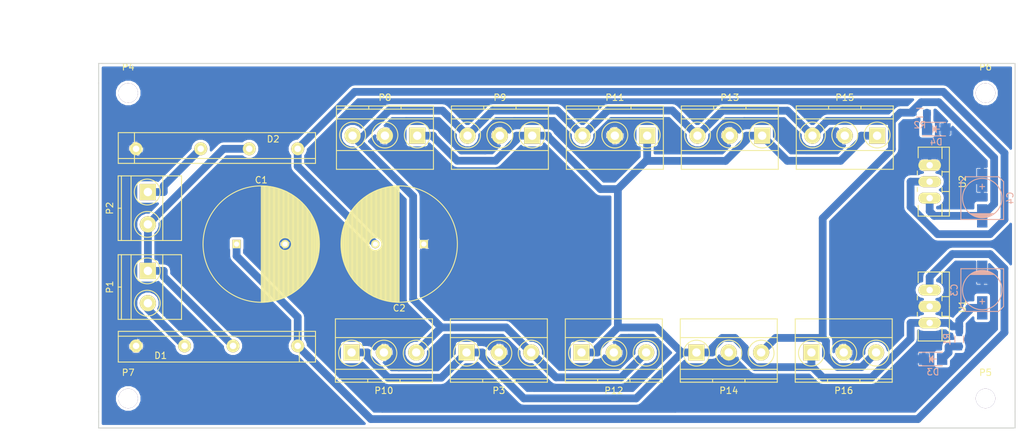
<source format=kicad_pcb>
(kicad_pcb (version 4) (host pcbnew 4.0.2-1.fc23-product)

  (general
    (links 54)
    (no_connects 0)
    (area 78.131999 69.3505 222.717094 128.09626)
    (thickness 1.6)
    (drawings 12)
    (tracks 237)
    (zones 0)
    (modules 28)
    (nets 11)
  )

  (page A4)
  (title_block
    (title "Sym. 12V Linear PSU, 1A")
    (date 2016-08-30)
    (rev 1)
    (company "base48, hexo")
    (comment 1 "max 30V AC IN (optimistic)")
    (comment 2 "symmetric +/- 12VDC")
  )

  (layers
    (0 F.Cu signal)
    (31 B.Cu signal)
    (32 B.Adhes user)
    (33 F.Adhes user)
    (34 B.Paste user)
    (35 F.Paste user)
    (36 B.SilkS user)
    (37 F.SilkS user)
    (38 B.Mask user)
    (39 F.Mask user)
    (40 Dwgs.User user)
    (41 Cmts.User user)
    (42 Eco1.User user)
    (43 Eco2.User user)
    (44 Edge.Cuts user)
    (45 Margin user)
    (46 B.CrtYd user)
    (47 F.CrtYd user)
    (48 B.Fab user)
    (49 F.Fab user)
  )

  (setup
    (last_trace_width 1.2)
    (trace_clearance 0.4)
    (zone_clearance 0.4)
    (zone_45_only no)
    (trace_min 0.2)
    (segment_width 0.2)
    (edge_width 0.15)
    (via_size 0.6)
    (via_drill 0.4)
    (via_min_size 0.4)
    (via_min_drill 0.3)
    (uvia_size 0.3)
    (uvia_drill 0.1)
    (uvias_allowed no)
    (uvia_min_size 0.2)
    (uvia_min_drill 0.1)
    (pcb_text_width 0.3)
    (pcb_text_size 1.5 1.5)
    (mod_edge_width 0.15)
    (mod_text_size 1 1)
    (mod_text_width 0.15)
    (pad_size 1.524 1.524)
    (pad_drill 0.762)
    (pad_to_mask_clearance 0.2)
    (aux_axis_origin 0 0)
    (visible_elements FFFFFF7F)
    (pcbplotparams
      (layerselection 0x01000_80000000)
      (usegerberextensions false)
      (excludeedgelayer true)
      (linewidth 0.100000)
      (plotframeref false)
      (viasonmask false)
      (mode 1)
      (useauxorigin false)
      (hpglpennumber 1)
      (hpglpenspeed 20)
      (hpglpendiameter 15)
      (hpglpenoverlay 2)
      (psnegative false)
      (psa4output false)
      (plotreference true)
      (plotvalue true)
      (plotinvisibletext false)
      (padsonsilk false)
      (subtractmaskfromsilk false)
      (outputformat 1)
      (mirror false)
      (drillshape 0)
      (scaleselection 1)
      (outputdirectory ""))
  )

  (net 0 "")
  (net 1 GND)
  (net 2 "Net-(C3-Pad1)")
  (net 3 "Net-(C4-Pad2)")
  (net 4 "Net-(D3-Pad2)")
  (net 5 "Net-(D4-Pad1)")
  (net 6 "Net-(D1-Pad2)")
  (net 7 "Net-(C1-Pad1)")
  (net 8 "Net-(C2-Pad2)")
  (net 9 "Net-(D1-Pad3)")
  (net 10 "Net-(D2-Pad2)")

  (net_class Default "This is the default net class."
    (clearance 0.4)
    (trace_width 1.2)
    (via_dia 0.6)
    (via_drill 0.4)
    (uvia_dia 0.3)
    (uvia_drill 0.1)
    (add_net GND)
    (add_net "Net-(C1-Pad1)")
    (add_net "Net-(C2-Pad2)")
    (add_net "Net-(C3-Pad1)")
    (add_net "Net-(C4-Pad2)")
    (add_net "Net-(D1-Pad2)")
    (add_net "Net-(D1-Pad3)")
    (add_net "Net-(D2-Pad2)")
    (add_net "Net-(D3-Pad2)")
    (add_net "Net-(D4-Pad1)")
  )

  (module LEDs:LED-1206 (layer B.Cu) (tedit 55BDE2E8) (tstamp 57C49349)
    (at 208.28 115.824)
    (descr "LED 1206 smd package")
    (tags "LED1206 SMD")
    (path /57C4DCD1)
    (attr smd)
    (fp_text reference D3 (at 0 2) (layer B.SilkS)
      (effects (font (size 1 1) (thickness 0.15)) (justify mirror))
    )
    (fp_text value Led_Small (at 0 -2) (layer B.Fab)
      (effects (font (size 1 1) (thickness 0.15)) (justify mirror))
    )
    (fp_line (start -2.15 -1.05) (end 1.45 -1.05) (layer B.SilkS) (width 0.15))
    (fp_line (start -2.15 1.05) (end 1.45 1.05) (layer B.SilkS) (width 0.15))
    (fp_line (start -0.1 0.3) (end -0.1 -0.3) (layer B.SilkS) (width 0.15))
    (fp_line (start -0.1 -0.3) (end -0.4 0) (layer B.SilkS) (width 0.15))
    (fp_line (start -0.4 0) (end -0.2 0.2) (layer B.SilkS) (width 0.15))
    (fp_line (start -0.2 0.2) (end -0.2 -0.05) (layer B.SilkS) (width 0.15))
    (fp_line (start -0.2 -0.05) (end -0.25 0) (layer B.SilkS) (width 0.15))
    (fp_line (start -0.5 0.5) (end -0.5 -0.5) (layer B.SilkS) (width 0.15))
    (fp_line (start 0 0) (end 0.5 0) (layer B.SilkS) (width 0.15))
    (fp_line (start -0.5 0) (end 0 0.5) (layer B.SilkS) (width 0.15))
    (fp_line (start 0 0.5) (end 0 -0.5) (layer B.SilkS) (width 0.15))
    (fp_line (start 0 -0.5) (end -0.5 0) (layer B.SilkS) (width 0.15))
    (fp_line (start 2.5 1.25) (end -2.5 1.25) (layer B.CrtYd) (width 0.05))
    (fp_line (start -2.5 1.25) (end -2.5 -1.25) (layer B.CrtYd) (width 0.05))
    (fp_line (start -2.5 -1.25) (end 2.5 -1.25) (layer B.CrtYd) (width 0.05))
    (fp_line (start 2.5 -1.25) (end 2.5 1.25) (layer B.CrtYd) (width 0.05))
    (pad 2 smd rect (at 1.41986 0 180) (size 1.59766 1.80086) (layers B.Cu B.Paste B.Mask)
      (net 4 "Net-(D3-Pad2)"))
    (pad 1 smd rect (at -1.41986 0 180) (size 1.59766 1.80086) (layers B.Cu B.Paste B.Mask)
      (net 1 GND))
  )

  (module LEDs:LED-1206 (layer B.Cu) (tedit 55BDE2E8) (tstamp 57C4934F)
    (at 208.788 80.264)
    (descr "LED 1206 smd package")
    (tags "LED1206 SMD")
    (path /57C4DF09)
    (attr smd)
    (fp_text reference D4 (at 0 2) (layer B.SilkS)
      (effects (font (size 1 1) (thickness 0.15)) (justify mirror))
    )
    (fp_text value Led_Small (at 0 -2) (layer B.Fab)
      (effects (font (size 1 1) (thickness 0.15)) (justify mirror))
    )
    (fp_line (start -2.15 -1.05) (end 1.45 -1.05) (layer B.SilkS) (width 0.15))
    (fp_line (start -2.15 1.05) (end 1.45 1.05) (layer B.SilkS) (width 0.15))
    (fp_line (start -0.1 0.3) (end -0.1 -0.3) (layer B.SilkS) (width 0.15))
    (fp_line (start -0.1 -0.3) (end -0.4 0) (layer B.SilkS) (width 0.15))
    (fp_line (start -0.4 0) (end -0.2 0.2) (layer B.SilkS) (width 0.15))
    (fp_line (start -0.2 0.2) (end -0.2 -0.05) (layer B.SilkS) (width 0.15))
    (fp_line (start -0.2 -0.05) (end -0.25 0) (layer B.SilkS) (width 0.15))
    (fp_line (start -0.5 0.5) (end -0.5 -0.5) (layer B.SilkS) (width 0.15))
    (fp_line (start 0 0) (end 0.5 0) (layer B.SilkS) (width 0.15))
    (fp_line (start -0.5 0) (end 0 0.5) (layer B.SilkS) (width 0.15))
    (fp_line (start 0 0.5) (end 0 -0.5) (layer B.SilkS) (width 0.15))
    (fp_line (start 0 -0.5) (end -0.5 0) (layer B.SilkS) (width 0.15))
    (fp_line (start 2.5 1.25) (end -2.5 1.25) (layer B.CrtYd) (width 0.05))
    (fp_line (start -2.5 1.25) (end -2.5 -1.25) (layer B.CrtYd) (width 0.05))
    (fp_line (start -2.5 -1.25) (end 2.5 -1.25) (layer B.CrtYd) (width 0.05))
    (fp_line (start 2.5 -1.25) (end 2.5 1.25) (layer B.CrtYd) (width 0.05))
    (pad 2 smd rect (at 1.41986 0 180) (size 1.59766 1.80086) (layers B.Cu B.Paste B.Mask)
      (net 1 GND))
    (pad 1 smd rect (at -1.41986 0 180) (size 1.59766 1.80086) (layers B.Cu B.Paste B.Mask)
      (net 5 "Net-(D4-Pad1)"))
  )

  (module Terminal_Blocks:TerminalBlock_Pheonix_MKDS1.5-2pol (layer F.Cu) (tedit 563007E4) (tstamp 57C49355)
    (at 86.868 102.188 270)
    (descr "2-way 5mm pitch terminal block, Phoenix MKDS series")
    (path /57C4D556)
    (fp_text reference P1 (at 2.5 5.9 270) (layer F.SilkS)
      (effects (font (size 1 1) (thickness 0.15)))
    )
    (fp_text value ACIN (at 2.5 -6.6 270) (layer F.Fab)
      (effects (font (size 1 1) (thickness 0.15)))
    )
    (fp_line (start -2.7 -5.4) (end 7.7 -5.4) (layer F.CrtYd) (width 0.05))
    (fp_line (start -2.7 4.8) (end -2.7 -5.4) (layer F.CrtYd) (width 0.05))
    (fp_line (start 7.7 4.8) (end -2.7 4.8) (layer F.CrtYd) (width 0.05))
    (fp_line (start 7.7 -5.4) (end 7.7 4.8) (layer F.CrtYd) (width 0.05))
    (fp_line (start 2.5 4.1) (end 2.5 4.6) (layer F.SilkS) (width 0.15))
    (fp_circle (center 5 0.1) (end 3 0.1) (layer F.SilkS) (width 0.15))
    (fp_circle (center 0 0.1) (end 2 0.1) (layer F.SilkS) (width 0.15))
    (fp_line (start -2.5 2.6) (end 7.5 2.6) (layer F.SilkS) (width 0.15))
    (fp_line (start -2.5 -2.3) (end 7.5 -2.3) (layer F.SilkS) (width 0.15))
    (fp_line (start -2.5 4.1) (end 7.5 4.1) (layer F.SilkS) (width 0.15))
    (fp_line (start -2.5 4.6) (end 7.5 4.6) (layer F.SilkS) (width 0.15))
    (fp_line (start 7.5 4.6) (end 7.5 -5.2) (layer F.SilkS) (width 0.15))
    (fp_line (start 7.5 -5.2) (end -2.5 -5.2) (layer F.SilkS) (width 0.15))
    (fp_line (start -2.5 -5.2) (end -2.5 4.6) (layer F.SilkS) (width 0.15))
    (pad 1 thru_hole rect (at 0 0 270) (size 2.5 2.5) (drill 1.3) (layers *.Cu *.Mask F.SilkS)
      (net 6 "Net-(D1-Pad2)"))
    (pad 2 thru_hole circle (at 5 0 270) (size 2.5 2.5) (drill 1.3) (layers *.Cu *.Mask F.SilkS)
      (net 9 "Net-(D1-Pad3)"))
    (model Terminal_Blocks.3dshapes/TerminalBlock_Pheonix_MKDS1.5-2pol.wrl
      (at (xyz 0.0984 0 0))
      (scale (xyz 1 1 1))
      (rotate (xyz 0 0 0))
    )
  )

  (module Terminal_Blocks:TerminalBlock_Pheonix_MKDS1.5-2pol (layer F.Cu) (tedit 563007E4) (tstamp 57C4935B)
    (at 86.868 89.996 270)
    (descr "2-way 5mm pitch terminal block, Phoenix MKDS series")
    (path /57C4D631)
    (fp_text reference P2 (at 2.5 5.9 270) (layer F.SilkS)
      (effects (font (size 1 1) (thickness 0.15)))
    )
    (fp_text value ACIN (at 2.5 -6.6 270) (layer F.Fab)
      (effects (font (size 1 1) (thickness 0.15)))
    )
    (fp_line (start -2.7 -5.4) (end 7.7 -5.4) (layer F.CrtYd) (width 0.05))
    (fp_line (start -2.7 4.8) (end -2.7 -5.4) (layer F.CrtYd) (width 0.05))
    (fp_line (start 7.7 4.8) (end -2.7 4.8) (layer F.CrtYd) (width 0.05))
    (fp_line (start 7.7 -5.4) (end 7.7 4.8) (layer F.CrtYd) (width 0.05))
    (fp_line (start 2.5 4.1) (end 2.5 4.6) (layer F.SilkS) (width 0.15))
    (fp_circle (center 5 0.1) (end 3 0.1) (layer F.SilkS) (width 0.15))
    (fp_circle (center 0 0.1) (end 2 0.1) (layer F.SilkS) (width 0.15))
    (fp_line (start -2.5 2.6) (end 7.5 2.6) (layer F.SilkS) (width 0.15))
    (fp_line (start -2.5 -2.3) (end 7.5 -2.3) (layer F.SilkS) (width 0.15))
    (fp_line (start -2.5 4.1) (end 7.5 4.1) (layer F.SilkS) (width 0.15))
    (fp_line (start -2.5 4.6) (end 7.5 4.6) (layer F.SilkS) (width 0.15))
    (fp_line (start 7.5 4.6) (end 7.5 -5.2) (layer F.SilkS) (width 0.15))
    (fp_line (start 7.5 -5.2) (end -2.5 -5.2) (layer F.SilkS) (width 0.15))
    (fp_line (start -2.5 -5.2) (end -2.5 4.6) (layer F.SilkS) (width 0.15))
    (pad 1 thru_hole rect (at 0 0 270) (size 2.5 2.5) (drill 1.3) (layers *.Cu *.Mask F.SilkS)
      (net 10 "Net-(D2-Pad2)"))
    (pad 2 thru_hole circle (at 5 0 270) (size 2.5 2.5) (drill 1.3) (layers *.Cu *.Mask F.SilkS)
      (net 6 "Net-(D1-Pad2)"))
    (model Terminal_Blocks.3dshapes/TerminalBlock_Pheonix_MKDS1.5-2pol.wrl
      (at (xyz 0.0984 0 0))
      (scale (xyz 1 1 1))
      (rotate (xyz 0 0 0))
    )
  )

  (module Terminal_Blocks:TerminalBlock_Pheonix_MKDS1.5-3pol (layer F.Cu) (tedit 5630081E) (tstamp 57C49362)
    (at 136.144 114.808)
    (descr "3-way 5mm pitch terminal block, Phoenix MKDS series")
    (path /57C4D3D6)
    (fp_text reference P3 (at 5 5.9) (layer F.SilkS)
      (effects (font (size 1 1) (thickness 0.15)))
    )
    (fp_text value DCOUT (at 5 -6.6) (layer F.Fab)
      (effects (font (size 1 1) (thickness 0.15)))
    )
    (fp_line (start -2.7 4.8) (end -2.7 -5.4) (layer F.CrtYd) (width 0.05))
    (fp_line (start 12.7 4.8) (end -2.7 4.8) (layer F.CrtYd) (width 0.05))
    (fp_line (start 12.7 -5.4) (end 12.7 4.8) (layer F.CrtYd) (width 0.05))
    (fp_line (start -2.7 -5.4) (end 12.7 -5.4) (layer F.CrtYd) (width 0.05))
    (fp_circle (center 10 0.1) (end 8 0.1) (layer F.SilkS) (width 0.15))
    (fp_line (start 7.5 4.1) (end 7.5 4.6) (layer F.SilkS) (width 0.15))
    (fp_line (start 2.5 4.1) (end 2.5 4.6) (layer F.SilkS) (width 0.15))
    (fp_circle (center 5 0.1) (end 3 0.1) (layer F.SilkS) (width 0.15))
    (fp_circle (center 0 0.1) (end 2 0.1) (layer F.SilkS) (width 0.15))
    (fp_line (start -2.5 2.6) (end 12.5 2.6) (layer F.SilkS) (width 0.15))
    (fp_line (start -2.5 -2.3) (end 12.5 -2.3) (layer F.SilkS) (width 0.15))
    (fp_line (start -2.5 4.1) (end 12.5 4.1) (layer F.SilkS) (width 0.15))
    (fp_line (start -2.5 4.6) (end 12.5 4.6) (layer F.SilkS) (width 0.15))
    (fp_line (start 12.5 4.6) (end 12.5 -5.2) (layer F.SilkS) (width 0.15))
    (fp_line (start 12.5 -5.2) (end -2.5 -5.2) (layer F.SilkS) (width 0.15))
    (fp_line (start -2.5 -5.2) (end -2.5 4.6) (layer F.SilkS) (width 0.15))
    (pad 3 thru_hole circle (at 10 0) (size 2.5 2.5) (drill 1.3) (layers *.Cu *.Mask F.SilkS)
      (net 3 "Net-(C4-Pad2)"))
    (pad 1 thru_hole rect (at 0 0) (size 2.5 2.5) (drill 1.3) (layers *.Cu *.Mask F.SilkS)
      (net 2 "Net-(C3-Pad1)"))
    (pad 2 thru_hole circle (at 5 0) (size 2.5 2.5) (drill 1.3) (layers *.Cu *.Mask F.SilkS)
      (net 1 GND))
    (model Terminal_Blocks.3dshapes/TerminalBlock_Pheonix_MKDS1.5-3pol.wrl
      (at (xyz 0.1968 0 0))
      (scale (xyz 1 1 1))
      (rotate (xyz 0 0 0))
    )
  )

  (module Mounting_Holes:MountingHole_3mm (layer F.Cu) (tedit 0) (tstamp 57C49367)
    (at 83.82 74.676)
    (descr "Mounting hole, Befestigungsbohrung, 3mm, No Annular, Kein Restring,")
    (tags "Mounting hole, Befestigungsbohrung, 3mm, No Annular, Kein Restring,")
    (path /57C4E354)
    (fp_text reference P4 (at 0 -4.0005) (layer F.SilkS)
      (effects (font (size 1 1) (thickness 0.15)))
    )
    (fp_text value CONN_01X01 (at 1.00076 5.00126) (layer F.Fab)
      (effects (font (size 1 1) (thickness 0.15)))
    )
    (fp_circle (center 0 0) (end 3 0) (layer Cmts.User) (width 0.381))
    (pad 1 thru_hole circle (at 0 0) (size 3 3) (drill 3) (layers))
  )

  (module Mounting_Holes:MountingHole_3mm (layer F.Cu) (tedit 0) (tstamp 57C4936C)
    (at 216.408 121.92)
    (descr "Mounting hole, Befestigungsbohrung, 3mm, No Annular, Kein Restring,")
    (tags "Mounting hole, Befestigungsbohrung, 3mm, No Annular, Kein Restring,")
    (path /57C4E3ED)
    (fp_text reference P5 (at 0 -4.0005) (layer F.SilkS)
      (effects (font (size 1 1) (thickness 0.15)))
    )
    (fp_text value CONN_01X01 (at 1.00076 5.00126) (layer F.Fab)
      (effects (font (size 1 1) (thickness 0.15)))
    )
    (fp_circle (center 0 0) (end 3 0) (layer Cmts.User) (width 0.381))
    (pad 1 thru_hole circle (at 0 0) (size 3 3) (drill 3) (layers))
  )

  (module Mounting_Holes:MountingHole_3mm (layer F.Cu) (tedit 0) (tstamp 57C49371)
    (at 216.408 74.676)
    (descr "Mounting hole, Befestigungsbohrung, 3mm, No Annular, Kein Restring,")
    (tags "Mounting hole, Befestigungsbohrung, 3mm, No Annular, Kein Restring,")
    (path /57C4E436)
    (fp_text reference P6 (at 0 -4.0005) (layer F.SilkS)
      (effects (font (size 1 1) (thickness 0.15)))
    )
    (fp_text value CONN_01X01 (at 1.00076 5.00126) (layer F.Fab)
      (effects (font (size 1 1) (thickness 0.15)))
    )
    (fp_circle (center 0 0) (end 3 0) (layer Cmts.User) (width 0.381))
    (pad 1 thru_hole circle (at 0 0) (size 3 3) (drill 3) (layers))
  )

  (module Mounting_Holes:MountingHole_3mm (layer F.Cu) (tedit 0) (tstamp 57C49376)
    (at 83.82 121.92)
    (descr "Mounting hole, Befestigungsbohrung, 3mm, No Annular, Kein Restring,")
    (tags "Mounting hole, Befestigungsbohrung, 3mm, No Annular, Kein Restring,")
    (path /57C4E47E)
    (fp_text reference P7 (at 0 -4.0005) (layer F.SilkS)
      (effects (font (size 1 1) (thickness 0.15)))
    )
    (fp_text value CONN_01X01 (at 1.00076 5.00126) (layer F.Fab)
      (effects (font (size 1 1) (thickness 0.15)))
    )
    (fp_circle (center 0 0) (end 3 0) (layer Cmts.User) (width 0.381))
    (pad 1 thru_hole circle (at 0 0) (size 3 3) (drill 3) (layers))
  )

  (module Resistors_SMD:R_0603_HandSoldering (layer B.Cu) (tedit 5418A00F) (tstamp 57C4937C)
    (at 212.344 112.776 270)
    (descr "Resistor SMD 0603, hand soldering")
    (tags "resistor 0603")
    (path /57C4DC3F)
    (attr smd)
    (fp_text reference R1 (at 0 1.9 270) (layer B.SilkS)
      (effects (font (size 1 1) (thickness 0.15)) (justify mirror))
    )
    (fp_text value R (at 0 -1.9 270) (layer B.Fab)
      (effects (font (size 1 1) (thickness 0.15)) (justify mirror))
    )
    (fp_line (start -2 0.8) (end 2 0.8) (layer B.CrtYd) (width 0.05))
    (fp_line (start -2 -0.8) (end 2 -0.8) (layer B.CrtYd) (width 0.05))
    (fp_line (start -2 0.8) (end -2 -0.8) (layer B.CrtYd) (width 0.05))
    (fp_line (start 2 0.8) (end 2 -0.8) (layer B.CrtYd) (width 0.05))
    (fp_line (start 0.5 -0.675) (end -0.5 -0.675) (layer B.SilkS) (width 0.15))
    (fp_line (start -0.5 0.675) (end 0.5 0.675) (layer B.SilkS) (width 0.15))
    (pad 1 smd rect (at -1.1 0 270) (size 1.2 0.9) (layers B.Cu B.Paste B.Mask)
      (net 2 "Net-(C3-Pad1)"))
    (pad 2 smd rect (at 1.1 0 270) (size 1.2 0.9) (layers B.Cu B.Paste B.Mask)
      (net 4 "Net-(D3-Pad2)"))
    (model Resistors_SMD.3dshapes/R_0603_HandSoldering.wrl
      (at (xyz 0 0 0))
      (scale (xyz 1 1 1))
      (rotate (xyz 0 0 0))
    )
  )

  (module Resistors_SMD:R_0603_HandSoldering (layer B.Cu) (tedit 5418A00F) (tstamp 57C49382)
    (at 206.248 77.724)
    (descr "Resistor SMD 0603, hand soldering")
    (tags "resistor 0603")
    (path /57C4DF03)
    (attr smd)
    (fp_text reference R2 (at 0 1.9) (layer B.SilkS)
      (effects (font (size 1 1) (thickness 0.15)) (justify mirror))
    )
    (fp_text value R (at 0 -1.9) (layer B.Fab)
      (effects (font (size 1 1) (thickness 0.15)) (justify mirror))
    )
    (fp_line (start -2 0.8) (end 2 0.8) (layer B.CrtYd) (width 0.05))
    (fp_line (start -2 -0.8) (end 2 -0.8) (layer B.CrtYd) (width 0.05))
    (fp_line (start -2 0.8) (end -2 -0.8) (layer B.CrtYd) (width 0.05))
    (fp_line (start 2 0.8) (end 2 -0.8) (layer B.CrtYd) (width 0.05))
    (fp_line (start 0.5 -0.675) (end -0.5 -0.675) (layer B.SilkS) (width 0.15))
    (fp_line (start -0.5 0.675) (end 0.5 0.675) (layer B.SilkS) (width 0.15))
    (pad 1 smd rect (at -1.1 0) (size 1.2 0.9) (layers B.Cu B.Paste B.Mask)
      (net 3 "Net-(C4-Pad2)"))
    (pad 2 smd rect (at 1.1 0) (size 1.2 0.9) (layers B.Cu B.Paste B.Mask)
      (net 5 "Net-(D4-Pad1)"))
    (model Resistors_SMD.3dshapes/R_0603_HandSoldering.wrl
      (at (xyz 0 0 0))
      (scale (xyz 1 1 1))
      (rotate (xyz 0 0 0))
    )
  )

  (module TO_SOT_Packages_THT:TO-220_Neutral123_Vertical_LargePads (layer F.Cu) (tedit 0) (tstamp 57C49389)
    (at 207.772 107.696 270)
    (descr "TO-220, Neutral, Vertical, Large Pads,")
    (tags "TO-220, Neutral, Vertical, Large Pads,")
    (path /57C50044)
    (fp_text reference U1 (at 0 -5.08 270) (layer F.SilkS)
      (effects (font (size 1 1) (thickness 0.15)))
    )
    (fp_text value 7805_pins (at 0 3.81 270) (layer F.Fab)
      (effects (font (size 1 1) (thickness 0.15)))
    )
    (fp_line (start 5.334 -1.905) (end 3.429 -1.905) (layer F.SilkS) (width 0.15))
    (fp_line (start 0.889 -1.905) (end 1.651 -1.905) (layer F.SilkS) (width 0.15))
    (fp_line (start -1.524 -1.905) (end -1.651 -1.905) (layer F.SilkS) (width 0.15))
    (fp_line (start -1.524 -1.905) (end -0.889 -1.905) (layer F.SilkS) (width 0.15))
    (fp_line (start -5.334 -1.905) (end -3.556 -1.905) (layer F.SilkS) (width 0.15))
    (fp_line (start -5.334 1.778) (end -3.683 1.778) (layer F.SilkS) (width 0.15))
    (fp_line (start -1.016 1.905) (end -1.651 1.905) (layer F.SilkS) (width 0.15))
    (fp_line (start 1.524 1.905) (end 0.889 1.905) (layer F.SilkS) (width 0.15))
    (fp_line (start 5.334 1.778) (end 3.683 1.778) (layer F.SilkS) (width 0.15))
    (fp_line (start -1.524 -3.048) (end -1.524 -1.905) (layer F.SilkS) (width 0.15))
    (fp_line (start 1.524 -3.048) (end 1.524 -1.905) (layer F.SilkS) (width 0.15))
    (fp_line (start 5.334 -1.905) (end 5.334 1.778) (layer F.SilkS) (width 0.15))
    (fp_line (start -5.334 1.778) (end -5.334 -1.905) (layer F.SilkS) (width 0.15))
    (fp_line (start 5.334 -3.048) (end 5.334 -1.905) (layer F.SilkS) (width 0.15))
    (fp_line (start -5.334 -1.905) (end -5.334 -3.048) (layer F.SilkS) (width 0.15))
    (fp_line (start 0 -3.048) (end -5.334 -3.048) (layer F.SilkS) (width 0.15))
    (fp_line (start 0 -3.048) (end 5.334 -3.048) (layer F.SilkS) (width 0.15))
    (pad 2 thru_hole oval (at 0 0) (size 3.50012 1.69926) (drill 1.00076) (layers *.Cu *.Mask F.SilkS)
      (net 1 GND))
    (pad 1 thru_hole oval (at -2.54 0) (size 3.50012 1.69926) (drill 1.00076) (layers *.Cu *.Mask F.SilkS)
      (net 7 "Net-(C1-Pad1)"))
    (pad 3 thru_hole oval (at 2.54 0) (size 3.50012 1.69926) (drill 1.00076) (layers *.Cu *.Mask F.SilkS)
      (net 2 "Net-(C3-Pad1)"))
    (model TO_SOT_Packages_THT.3dshapes/TO-220_Neutral123_Vertical_LargePads.wrl
      (at (xyz 0 0 0))
      (scale (xyz 0.3937 0.3937 0.3937))
      (rotate (xyz 0 0 0))
    )
  )

  (module TO_SOT_Packages_THT:TO-220_Neutral123_Vertical_LargePads (layer F.Cu) (tedit 0) (tstamp 57C49390)
    (at 207.772 88.392 270)
    (descr "TO-220, Neutral, Vertical, Large Pads,")
    (tags "TO-220, Neutral, Vertical, Large Pads,")
    (path /57C4FCB7)
    (fp_text reference U2 (at 0 -5.08 270) (layer F.SilkS)
      (effects (font (size 1 1) (thickness 0.15)))
    )
    (fp_text value 7905_pins (at 0 3.81 270) (layer F.Fab)
      (effects (font (size 1 1) (thickness 0.15)))
    )
    (fp_line (start 5.334 -1.905) (end 3.429 -1.905) (layer F.SilkS) (width 0.15))
    (fp_line (start 0.889 -1.905) (end 1.651 -1.905) (layer F.SilkS) (width 0.15))
    (fp_line (start -1.524 -1.905) (end -1.651 -1.905) (layer F.SilkS) (width 0.15))
    (fp_line (start -1.524 -1.905) (end -0.889 -1.905) (layer F.SilkS) (width 0.15))
    (fp_line (start -5.334 -1.905) (end -3.556 -1.905) (layer F.SilkS) (width 0.15))
    (fp_line (start -5.334 1.778) (end -3.683 1.778) (layer F.SilkS) (width 0.15))
    (fp_line (start -1.016 1.905) (end -1.651 1.905) (layer F.SilkS) (width 0.15))
    (fp_line (start 1.524 1.905) (end 0.889 1.905) (layer F.SilkS) (width 0.15))
    (fp_line (start 5.334 1.778) (end 3.683 1.778) (layer F.SilkS) (width 0.15))
    (fp_line (start -1.524 -3.048) (end -1.524 -1.905) (layer F.SilkS) (width 0.15))
    (fp_line (start 1.524 -3.048) (end 1.524 -1.905) (layer F.SilkS) (width 0.15))
    (fp_line (start 5.334 -1.905) (end 5.334 1.778) (layer F.SilkS) (width 0.15))
    (fp_line (start -5.334 1.778) (end -5.334 -1.905) (layer F.SilkS) (width 0.15))
    (fp_line (start 5.334 -3.048) (end 5.334 -1.905) (layer F.SilkS) (width 0.15))
    (fp_line (start -5.334 -1.905) (end -5.334 -3.048) (layer F.SilkS) (width 0.15))
    (fp_line (start 0 -3.048) (end -5.334 -3.048) (layer F.SilkS) (width 0.15))
    (fp_line (start 0 -3.048) (end 5.334 -3.048) (layer F.SilkS) (width 0.15))
    (pad 2 thru_hole oval (at 0 0) (size 3.50012 1.69926) (drill 1.00076) (layers *.Cu *.Mask F.SilkS)
      (net 8 "Net-(C2-Pad2)"))
    (pad 1 thru_hole oval (at -2.54 0) (size 3.50012 1.69926) (drill 1.00076) (layers *.Cu *.Mask F.SilkS)
      (net 1 GND))
    (pad 3 thru_hole oval (at 2.54 0) (size 3.50012 1.69926) (drill 1.00076) (layers *.Cu *.Mask F.SilkS)
      (net 3 "Net-(C4-Pad2)"))
    (model TO_SOT_Packages_THT.3dshapes/TO-220_Neutral123_Vertical_LargePads.wrl
      (at (xyz 0 0 0))
      (scale (xyz 0.3937 0.3937 0.3937))
      (rotate (xyz 0 0 0))
    )
  )

  (module Terminal_Blocks:TerminalBlock_Pheonix_MKDS1.5-3pol (layer F.Cu) (tedit 5630081E) (tstamp 57C49491)
    (at 128.524 81.28 180)
    (descr "3-way 5mm pitch terminal block, Phoenix MKDS series")
    (path /57C4F5F0)
    (fp_text reference P8 (at 5 5.9 180) (layer F.SilkS)
      (effects (font (size 1 1) (thickness 0.15)))
    )
    (fp_text value DCOUT (at 5 -6.6 180) (layer F.Fab)
      (effects (font (size 1 1) (thickness 0.15)))
    )
    (fp_line (start -2.7 4.8) (end -2.7 -5.4) (layer F.CrtYd) (width 0.05))
    (fp_line (start 12.7 4.8) (end -2.7 4.8) (layer F.CrtYd) (width 0.05))
    (fp_line (start 12.7 -5.4) (end 12.7 4.8) (layer F.CrtYd) (width 0.05))
    (fp_line (start -2.7 -5.4) (end 12.7 -5.4) (layer F.CrtYd) (width 0.05))
    (fp_circle (center 10 0.1) (end 8 0.1) (layer F.SilkS) (width 0.15))
    (fp_line (start 7.5 4.1) (end 7.5 4.6) (layer F.SilkS) (width 0.15))
    (fp_line (start 2.5 4.1) (end 2.5 4.6) (layer F.SilkS) (width 0.15))
    (fp_circle (center 5 0.1) (end 3 0.1) (layer F.SilkS) (width 0.15))
    (fp_circle (center 0 0.1) (end 2 0.1) (layer F.SilkS) (width 0.15))
    (fp_line (start -2.5 2.6) (end 12.5 2.6) (layer F.SilkS) (width 0.15))
    (fp_line (start -2.5 -2.3) (end 12.5 -2.3) (layer F.SilkS) (width 0.15))
    (fp_line (start -2.5 4.1) (end 12.5 4.1) (layer F.SilkS) (width 0.15))
    (fp_line (start -2.5 4.6) (end 12.5 4.6) (layer F.SilkS) (width 0.15))
    (fp_line (start 12.5 4.6) (end 12.5 -5.2) (layer F.SilkS) (width 0.15))
    (fp_line (start 12.5 -5.2) (end -2.5 -5.2) (layer F.SilkS) (width 0.15))
    (fp_line (start -2.5 -5.2) (end -2.5 4.6) (layer F.SilkS) (width 0.15))
    (pad 3 thru_hole circle (at 10 0 180) (size 2.5 2.5) (drill 1.3) (layers *.Cu *.Mask F.SilkS)
      (net 3 "Net-(C4-Pad2)"))
    (pad 1 thru_hole rect (at 0 0 180) (size 2.5 2.5) (drill 1.3) (layers *.Cu *.Mask F.SilkS)
      (net 2 "Net-(C3-Pad1)"))
    (pad 2 thru_hole circle (at 5 0 180) (size 2.5 2.5) (drill 1.3) (layers *.Cu *.Mask F.SilkS)
      (net 1 GND))
    (model Terminal_Blocks.3dshapes/TerminalBlock_Pheonix_MKDS1.5-3pol.wrl
      (at (xyz 0.1968 0 0))
      (scale (xyz 1 1 1))
      (rotate (xyz 0 0 0))
    )
  )

  (module Terminal_Blocks:TerminalBlock_Pheonix_MKDS1.5-3pol (layer F.Cu) (tedit 5630081E) (tstamp 57C49498)
    (at 146.304 81.28 180)
    (descr "3-way 5mm pitch terminal block, Phoenix MKDS series")
    (path /57C4F88C)
    (fp_text reference P9 (at 5 5.9 180) (layer F.SilkS)
      (effects (font (size 1 1) (thickness 0.15)))
    )
    (fp_text value DCOUT (at 5 -6.6 180) (layer F.Fab)
      (effects (font (size 1 1) (thickness 0.15)))
    )
    (fp_line (start -2.7 4.8) (end -2.7 -5.4) (layer F.CrtYd) (width 0.05))
    (fp_line (start 12.7 4.8) (end -2.7 4.8) (layer F.CrtYd) (width 0.05))
    (fp_line (start 12.7 -5.4) (end 12.7 4.8) (layer F.CrtYd) (width 0.05))
    (fp_line (start -2.7 -5.4) (end 12.7 -5.4) (layer F.CrtYd) (width 0.05))
    (fp_circle (center 10 0.1) (end 8 0.1) (layer F.SilkS) (width 0.15))
    (fp_line (start 7.5 4.1) (end 7.5 4.6) (layer F.SilkS) (width 0.15))
    (fp_line (start 2.5 4.1) (end 2.5 4.6) (layer F.SilkS) (width 0.15))
    (fp_circle (center 5 0.1) (end 3 0.1) (layer F.SilkS) (width 0.15))
    (fp_circle (center 0 0.1) (end 2 0.1) (layer F.SilkS) (width 0.15))
    (fp_line (start -2.5 2.6) (end 12.5 2.6) (layer F.SilkS) (width 0.15))
    (fp_line (start -2.5 -2.3) (end 12.5 -2.3) (layer F.SilkS) (width 0.15))
    (fp_line (start -2.5 4.1) (end 12.5 4.1) (layer F.SilkS) (width 0.15))
    (fp_line (start -2.5 4.6) (end 12.5 4.6) (layer F.SilkS) (width 0.15))
    (fp_line (start 12.5 4.6) (end 12.5 -5.2) (layer F.SilkS) (width 0.15))
    (fp_line (start 12.5 -5.2) (end -2.5 -5.2) (layer F.SilkS) (width 0.15))
    (fp_line (start -2.5 -5.2) (end -2.5 4.6) (layer F.SilkS) (width 0.15))
    (pad 3 thru_hole circle (at 10 0 180) (size 2.5 2.5) (drill 1.3) (layers *.Cu *.Mask F.SilkS)
      (net 3 "Net-(C4-Pad2)"))
    (pad 1 thru_hole rect (at 0 0 180) (size 2.5 2.5) (drill 1.3) (layers *.Cu *.Mask F.SilkS)
      (net 2 "Net-(C3-Pad1)"))
    (pad 2 thru_hole circle (at 5 0 180) (size 2.5 2.5) (drill 1.3) (layers *.Cu *.Mask F.SilkS)
      (net 1 GND))
    (model Terminal_Blocks.3dshapes/TerminalBlock_Pheonix_MKDS1.5-3pol.wrl
      (at (xyz 0.1968 0 0))
      (scale (xyz 1 1 1))
      (rotate (xyz 0 0 0))
    )
  )

  (module Terminal_Blocks:TerminalBlock_Pheonix_MKDS1.5-3pol (layer F.Cu) (tedit 5630081E) (tstamp 57C4949F)
    (at 118.364 114.808)
    (descr "3-way 5mm pitch terminal block, Phoenix MKDS series")
    (path /57C4F8EF)
    (fp_text reference P10 (at 5 5.9) (layer F.SilkS)
      (effects (font (size 1 1) (thickness 0.15)))
    )
    (fp_text value DCOUT (at 5 -6.6) (layer F.Fab)
      (effects (font (size 1 1) (thickness 0.15)))
    )
    (fp_line (start -2.7 4.8) (end -2.7 -5.4) (layer F.CrtYd) (width 0.05))
    (fp_line (start 12.7 4.8) (end -2.7 4.8) (layer F.CrtYd) (width 0.05))
    (fp_line (start 12.7 -5.4) (end 12.7 4.8) (layer F.CrtYd) (width 0.05))
    (fp_line (start -2.7 -5.4) (end 12.7 -5.4) (layer F.CrtYd) (width 0.05))
    (fp_circle (center 10 0.1) (end 8 0.1) (layer F.SilkS) (width 0.15))
    (fp_line (start 7.5 4.1) (end 7.5 4.6) (layer F.SilkS) (width 0.15))
    (fp_line (start 2.5 4.1) (end 2.5 4.6) (layer F.SilkS) (width 0.15))
    (fp_circle (center 5 0.1) (end 3 0.1) (layer F.SilkS) (width 0.15))
    (fp_circle (center 0 0.1) (end 2 0.1) (layer F.SilkS) (width 0.15))
    (fp_line (start -2.5 2.6) (end 12.5 2.6) (layer F.SilkS) (width 0.15))
    (fp_line (start -2.5 -2.3) (end 12.5 -2.3) (layer F.SilkS) (width 0.15))
    (fp_line (start -2.5 4.1) (end 12.5 4.1) (layer F.SilkS) (width 0.15))
    (fp_line (start -2.5 4.6) (end 12.5 4.6) (layer F.SilkS) (width 0.15))
    (fp_line (start 12.5 4.6) (end 12.5 -5.2) (layer F.SilkS) (width 0.15))
    (fp_line (start 12.5 -5.2) (end -2.5 -5.2) (layer F.SilkS) (width 0.15))
    (fp_line (start -2.5 -5.2) (end -2.5 4.6) (layer F.SilkS) (width 0.15))
    (pad 3 thru_hole circle (at 10 0) (size 2.5 2.5) (drill 1.3) (layers *.Cu *.Mask F.SilkS)
      (net 3 "Net-(C4-Pad2)"))
    (pad 1 thru_hole rect (at 0 0) (size 2.5 2.5) (drill 1.3) (layers *.Cu *.Mask F.SilkS)
      (net 2 "Net-(C3-Pad1)"))
    (pad 2 thru_hole circle (at 5 0) (size 2.5 2.5) (drill 1.3) (layers *.Cu *.Mask F.SilkS)
      (net 1 GND))
    (model Terminal_Blocks.3dshapes/TerminalBlock_Pheonix_MKDS1.5-3pol.wrl
      (at (xyz 0.1968 0 0))
      (scale (xyz 1 1 1))
      (rotate (xyz 0 0 0))
    )
  )

  (module Terminal_Blocks:TerminalBlock_Pheonix_MKDS1.5-3pol (layer F.Cu) (tedit 5630081E) (tstamp 57C4A268)
    (at 164.084 81.28 180)
    (descr "3-way 5mm pitch terminal block, Phoenix MKDS series")
    (path /57C4A42D)
    (fp_text reference P11 (at 5 5.9 180) (layer F.SilkS)
      (effects (font (size 1 1) (thickness 0.15)))
    )
    (fp_text value DCOUT (at 5 -6.6 180) (layer F.Fab)
      (effects (font (size 1 1) (thickness 0.15)))
    )
    (fp_line (start -2.7 4.8) (end -2.7 -5.4) (layer F.CrtYd) (width 0.05))
    (fp_line (start 12.7 4.8) (end -2.7 4.8) (layer F.CrtYd) (width 0.05))
    (fp_line (start 12.7 -5.4) (end 12.7 4.8) (layer F.CrtYd) (width 0.05))
    (fp_line (start -2.7 -5.4) (end 12.7 -5.4) (layer F.CrtYd) (width 0.05))
    (fp_circle (center 10 0.1) (end 8 0.1) (layer F.SilkS) (width 0.15))
    (fp_line (start 7.5 4.1) (end 7.5 4.6) (layer F.SilkS) (width 0.15))
    (fp_line (start 2.5 4.1) (end 2.5 4.6) (layer F.SilkS) (width 0.15))
    (fp_circle (center 5 0.1) (end 3 0.1) (layer F.SilkS) (width 0.15))
    (fp_circle (center 0 0.1) (end 2 0.1) (layer F.SilkS) (width 0.15))
    (fp_line (start -2.5 2.6) (end 12.5 2.6) (layer F.SilkS) (width 0.15))
    (fp_line (start -2.5 -2.3) (end 12.5 -2.3) (layer F.SilkS) (width 0.15))
    (fp_line (start -2.5 4.1) (end 12.5 4.1) (layer F.SilkS) (width 0.15))
    (fp_line (start -2.5 4.6) (end 12.5 4.6) (layer F.SilkS) (width 0.15))
    (fp_line (start 12.5 4.6) (end 12.5 -5.2) (layer F.SilkS) (width 0.15))
    (fp_line (start 12.5 -5.2) (end -2.5 -5.2) (layer F.SilkS) (width 0.15))
    (fp_line (start -2.5 -5.2) (end -2.5 4.6) (layer F.SilkS) (width 0.15))
    (pad 3 thru_hole circle (at 10 0 180) (size 2.5 2.5) (drill 1.3) (layers *.Cu *.Mask F.SilkS)
      (net 3 "Net-(C4-Pad2)"))
    (pad 1 thru_hole rect (at 0 0 180) (size 2.5 2.5) (drill 1.3) (layers *.Cu *.Mask F.SilkS)
      (net 2 "Net-(C3-Pad1)"))
    (pad 2 thru_hole circle (at 5 0 180) (size 2.5 2.5) (drill 1.3) (layers *.Cu *.Mask F.SilkS)
      (net 1 GND))
    (model Terminal_Blocks.3dshapes/TerminalBlock_Pheonix_MKDS1.5-3pol.wrl
      (at (xyz 0.1968 0 0))
      (scale (xyz 1 1 1))
      (rotate (xyz 0 0 0))
    )
  )

  (module Terminal_Blocks:TerminalBlock_Pheonix_MKDS1.5-3pol (layer F.Cu) (tedit 5630081E) (tstamp 57C4A27F)
    (at 153.924 114.808)
    (descr "3-way 5mm pitch terminal block, Phoenix MKDS series")
    (path /57C4A43B)
    (fp_text reference P12 (at 5 5.9) (layer F.SilkS)
      (effects (font (size 1 1) (thickness 0.15)))
    )
    (fp_text value DCOUT (at 5 -6.6) (layer F.Fab)
      (effects (font (size 1 1) (thickness 0.15)))
    )
    (fp_line (start -2.7 4.8) (end -2.7 -5.4) (layer F.CrtYd) (width 0.05))
    (fp_line (start 12.7 4.8) (end -2.7 4.8) (layer F.CrtYd) (width 0.05))
    (fp_line (start 12.7 -5.4) (end 12.7 4.8) (layer F.CrtYd) (width 0.05))
    (fp_line (start -2.7 -5.4) (end 12.7 -5.4) (layer F.CrtYd) (width 0.05))
    (fp_circle (center 10 0.1) (end 8 0.1) (layer F.SilkS) (width 0.15))
    (fp_line (start 7.5 4.1) (end 7.5 4.6) (layer F.SilkS) (width 0.15))
    (fp_line (start 2.5 4.1) (end 2.5 4.6) (layer F.SilkS) (width 0.15))
    (fp_circle (center 5 0.1) (end 3 0.1) (layer F.SilkS) (width 0.15))
    (fp_circle (center 0 0.1) (end 2 0.1) (layer F.SilkS) (width 0.15))
    (fp_line (start -2.5 2.6) (end 12.5 2.6) (layer F.SilkS) (width 0.15))
    (fp_line (start -2.5 -2.3) (end 12.5 -2.3) (layer F.SilkS) (width 0.15))
    (fp_line (start -2.5 4.1) (end 12.5 4.1) (layer F.SilkS) (width 0.15))
    (fp_line (start -2.5 4.6) (end 12.5 4.6) (layer F.SilkS) (width 0.15))
    (fp_line (start 12.5 4.6) (end 12.5 -5.2) (layer F.SilkS) (width 0.15))
    (fp_line (start 12.5 -5.2) (end -2.5 -5.2) (layer F.SilkS) (width 0.15))
    (fp_line (start -2.5 -5.2) (end -2.5 4.6) (layer F.SilkS) (width 0.15))
    (pad 3 thru_hole circle (at 10 0) (size 2.5 2.5) (drill 1.3) (layers *.Cu *.Mask F.SilkS)
      (net 3 "Net-(C4-Pad2)"))
    (pad 1 thru_hole rect (at 0 0) (size 2.5 2.5) (drill 1.3) (layers *.Cu *.Mask F.SilkS)
      (net 2 "Net-(C3-Pad1)"))
    (pad 2 thru_hole circle (at 5 0) (size 2.5 2.5) (drill 1.3) (layers *.Cu *.Mask F.SilkS)
      (net 1 GND))
    (model Terminal_Blocks.3dshapes/TerminalBlock_Pheonix_MKDS1.5-3pol.wrl
      (at (xyz 0.1968 0 0))
      (scale (xyz 1 1 1))
      (rotate (xyz 0 0 0))
    )
  )

  (module Terminal_Blocks:TerminalBlock_Pheonix_MKDS1.5-3pol (layer F.Cu) (tedit 5630081E) (tstamp 57C4A296)
    (at 181.864 81.28 180)
    (descr "3-way 5mm pitch terminal block, Phoenix MKDS series")
    (path /57C4A441)
    (fp_text reference P13 (at 5 5.9 180) (layer F.SilkS)
      (effects (font (size 1 1) (thickness 0.15)))
    )
    (fp_text value DCOUT (at 5 -6.6 180) (layer F.Fab)
      (effects (font (size 1 1) (thickness 0.15)))
    )
    (fp_line (start -2.7 4.8) (end -2.7 -5.4) (layer F.CrtYd) (width 0.05))
    (fp_line (start 12.7 4.8) (end -2.7 4.8) (layer F.CrtYd) (width 0.05))
    (fp_line (start 12.7 -5.4) (end 12.7 4.8) (layer F.CrtYd) (width 0.05))
    (fp_line (start -2.7 -5.4) (end 12.7 -5.4) (layer F.CrtYd) (width 0.05))
    (fp_circle (center 10 0.1) (end 8 0.1) (layer F.SilkS) (width 0.15))
    (fp_line (start 7.5 4.1) (end 7.5 4.6) (layer F.SilkS) (width 0.15))
    (fp_line (start 2.5 4.1) (end 2.5 4.6) (layer F.SilkS) (width 0.15))
    (fp_circle (center 5 0.1) (end 3 0.1) (layer F.SilkS) (width 0.15))
    (fp_circle (center 0 0.1) (end 2 0.1) (layer F.SilkS) (width 0.15))
    (fp_line (start -2.5 2.6) (end 12.5 2.6) (layer F.SilkS) (width 0.15))
    (fp_line (start -2.5 -2.3) (end 12.5 -2.3) (layer F.SilkS) (width 0.15))
    (fp_line (start -2.5 4.1) (end 12.5 4.1) (layer F.SilkS) (width 0.15))
    (fp_line (start -2.5 4.6) (end 12.5 4.6) (layer F.SilkS) (width 0.15))
    (fp_line (start 12.5 4.6) (end 12.5 -5.2) (layer F.SilkS) (width 0.15))
    (fp_line (start 12.5 -5.2) (end -2.5 -5.2) (layer F.SilkS) (width 0.15))
    (fp_line (start -2.5 -5.2) (end -2.5 4.6) (layer F.SilkS) (width 0.15))
    (pad 3 thru_hole circle (at 10 0 180) (size 2.5 2.5) (drill 1.3) (layers *.Cu *.Mask F.SilkS)
      (net 3 "Net-(C4-Pad2)"))
    (pad 1 thru_hole rect (at 0 0 180) (size 2.5 2.5) (drill 1.3) (layers *.Cu *.Mask F.SilkS)
      (net 2 "Net-(C3-Pad1)"))
    (pad 2 thru_hole circle (at 5 0 180) (size 2.5 2.5) (drill 1.3) (layers *.Cu *.Mask F.SilkS)
      (net 1 GND))
    (model Terminal_Blocks.3dshapes/TerminalBlock_Pheonix_MKDS1.5-3pol.wrl
      (at (xyz 0.1968 0 0))
      (scale (xyz 1 1 1))
      (rotate (xyz 0 0 0))
    )
  )

  (module Terminal_Blocks:TerminalBlock_Pheonix_MKDS1.5-3pol (layer F.Cu) (tedit 5630081E) (tstamp 57C4A2AD)
    (at 171.704 114.808)
    (descr "3-way 5mm pitch terminal block, Phoenix MKDS series")
    (path /57C4A447)
    (fp_text reference P14 (at 5 5.9) (layer F.SilkS)
      (effects (font (size 1 1) (thickness 0.15)))
    )
    (fp_text value DCOUT (at 5 -6.6) (layer F.Fab)
      (effects (font (size 1 1) (thickness 0.15)))
    )
    (fp_line (start -2.7 4.8) (end -2.7 -5.4) (layer F.CrtYd) (width 0.05))
    (fp_line (start 12.7 4.8) (end -2.7 4.8) (layer F.CrtYd) (width 0.05))
    (fp_line (start 12.7 -5.4) (end 12.7 4.8) (layer F.CrtYd) (width 0.05))
    (fp_line (start -2.7 -5.4) (end 12.7 -5.4) (layer F.CrtYd) (width 0.05))
    (fp_circle (center 10 0.1) (end 8 0.1) (layer F.SilkS) (width 0.15))
    (fp_line (start 7.5 4.1) (end 7.5 4.6) (layer F.SilkS) (width 0.15))
    (fp_line (start 2.5 4.1) (end 2.5 4.6) (layer F.SilkS) (width 0.15))
    (fp_circle (center 5 0.1) (end 3 0.1) (layer F.SilkS) (width 0.15))
    (fp_circle (center 0 0.1) (end 2 0.1) (layer F.SilkS) (width 0.15))
    (fp_line (start -2.5 2.6) (end 12.5 2.6) (layer F.SilkS) (width 0.15))
    (fp_line (start -2.5 -2.3) (end 12.5 -2.3) (layer F.SilkS) (width 0.15))
    (fp_line (start -2.5 4.1) (end 12.5 4.1) (layer F.SilkS) (width 0.15))
    (fp_line (start -2.5 4.6) (end 12.5 4.6) (layer F.SilkS) (width 0.15))
    (fp_line (start 12.5 4.6) (end 12.5 -5.2) (layer F.SilkS) (width 0.15))
    (fp_line (start 12.5 -5.2) (end -2.5 -5.2) (layer F.SilkS) (width 0.15))
    (fp_line (start -2.5 -5.2) (end -2.5 4.6) (layer F.SilkS) (width 0.15))
    (pad 3 thru_hole circle (at 10 0) (size 2.5 2.5) (drill 1.3) (layers *.Cu *.Mask F.SilkS)
      (net 3 "Net-(C4-Pad2)"))
    (pad 1 thru_hole rect (at 0 0) (size 2.5 2.5) (drill 1.3) (layers *.Cu *.Mask F.SilkS)
      (net 2 "Net-(C3-Pad1)"))
    (pad 2 thru_hole circle (at 5 0) (size 2.5 2.5) (drill 1.3) (layers *.Cu *.Mask F.SilkS)
      (net 1 GND))
    (model Terminal_Blocks.3dshapes/TerminalBlock_Pheonix_MKDS1.5-3pol.wrl
      (at (xyz 0.1968 0 0))
      (scale (xyz 1 1 1))
      (rotate (xyz 0 0 0))
    )
  )

  (module Terminal_Blocks:TerminalBlock_Pheonix_MKDS1.5-3pol (layer F.Cu) (tedit 5630081E) (tstamp 57C4A2C4)
    (at 199.644 81.28 180)
    (descr "3-way 5mm pitch terminal block, Phoenix MKDS series")
    (path /57C4A4A9)
    (fp_text reference P15 (at 5 5.9 180) (layer F.SilkS)
      (effects (font (size 1 1) (thickness 0.15)))
    )
    (fp_text value DCOUT (at 5 -6.6 180) (layer F.Fab)
      (effects (font (size 1 1) (thickness 0.15)))
    )
    (fp_line (start -2.7 4.8) (end -2.7 -5.4) (layer F.CrtYd) (width 0.05))
    (fp_line (start 12.7 4.8) (end -2.7 4.8) (layer F.CrtYd) (width 0.05))
    (fp_line (start 12.7 -5.4) (end 12.7 4.8) (layer F.CrtYd) (width 0.05))
    (fp_line (start -2.7 -5.4) (end 12.7 -5.4) (layer F.CrtYd) (width 0.05))
    (fp_circle (center 10 0.1) (end 8 0.1) (layer F.SilkS) (width 0.15))
    (fp_line (start 7.5 4.1) (end 7.5 4.6) (layer F.SilkS) (width 0.15))
    (fp_line (start 2.5 4.1) (end 2.5 4.6) (layer F.SilkS) (width 0.15))
    (fp_circle (center 5 0.1) (end 3 0.1) (layer F.SilkS) (width 0.15))
    (fp_circle (center 0 0.1) (end 2 0.1) (layer F.SilkS) (width 0.15))
    (fp_line (start -2.5 2.6) (end 12.5 2.6) (layer F.SilkS) (width 0.15))
    (fp_line (start -2.5 -2.3) (end 12.5 -2.3) (layer F.SilkS) (width 0.15))
    (fp_line (start -2.5 4.1) (end 12.5 4.1) (layer F.SilkS) (width 0.15))
    (fp_line (start -2.5 4.6) (end 12.5 4.6) (layer F.SilkS) (width 0.15))
    (fp_line (start 12.5 4.6) (end 12.5 -5.2) (layer F.SilkS) (width 0.15))
    (fp_line (start 12.5 -5.2) (end -2.5 -5.2) (layer F.SilkS) (width 0.15))
    (fp_line (start -2.5 -5.2) (end -2.5 4.6) (layer F.SilkS) (width 0.15))
    (pad 3 thru_hole circle (at 10 0 180) (size 2.5 2.5) (drill 1.3) (layers *.Cu *.Mask F.SilkS)
      (net 3 "Net-(C4-Pad2)"))
    (pad 1 thru_hole rect (at 0 0 180) (size 2.5 2.5) (drill 1.3) (layers *.Cu *.Mask F.SilkS)
      (net 2 "Net-(C3-Pad1)"))
    (pad 2 thru_hole circle (at 5 0 180) (size 2.5 2.5) (drill 1.3) (layers *.Cu *.Mask F.SilkS)
      (net 1 GND))
    (model Terminal_Blocks.3dshapes/TerminalBlock_Pheonix_MKDS1.5-3pol.wrl
      (at (xyz 0.1968 0 0))
      (scale (xyz 1 1 1))
      (rotate (xyz 0 0 0))
    )
  )

  (module libs:GSIB (layer F.Cu) (tedit 57C4A3F9) (tstamp 57C4A5A7)
    (at 97.536 113.792 180)
    (path /57C4D9D9)
    (fp_text reference D1 (at 8.7 -1.5 180) (layer F.SilkS)
      (effects (font (size 1 1) (thickness 0.15)))
    )
    (fp_text value Diode_Bridge_centerAC (at -5.9 -0.6 180) (layer F.Fab)
      (effects (font (size 1 1) (thickness 0.15)))
    )
    (fp_line (start -12.75 -2.5) (end -12.75 2.25) (layer F.SilkS) (width 0.15))
    (fp_line (start -15.25 1.5) (end 15.25 1.5) (layer F.SilkS) (width 0.15))
    (fp_line (start -15.25 -2.5) (end 15.25 -2.5) (layer F.SilkS) (width 0.15))
    (fp_line (start 15.25 -2.5) (end 15.25 2.25) (layer F.SilkS) (width 0.15))
    (fp_line (start 15.25 2.25) (end -15.25 2.25) (layer F.SilkS) (width 0.15))
    (fp_line (start -15.25 2.25) (end -15.25 -2.5) (layer F.SilkS) (width 0.15))
    (pad 1 thru_hole circle (at -12.5 0 180) (size 2 2) (drill 1) (layers *.Cu *.Mask F.SilkS)
      (net 7 "Net-(C1-Pad1)"))
    (pad 4 thru_hole circle (at 12.5 0 180) (size 2 2) (drill 1) (layers *.Cu *.Mask F.SilkS)
      (net 1 GND))
    (pad 3 thru_hole circle (at 5 0 180) (size 2 2) (drill 1) (layers *.Cu *.Mask F.SilkS)
      (net 9 "Net-(D1-Pad3)"))
    (pad 2 thru_hole circle (at -2.5 0 180) (size 2 2) (drill 1) (layers *.Cu *.Mask F.SilkS)
      (net 6 "Net-(D1-Pad2)"))
  )

  (module libs:GSIB (layer F.Cu) (tedit 57C4A3F9) (tstamp 57C4A5AF)
    (at 97.536 83.312)
    (path /57C4DA3A)
    (fp_text reference D2 (at 8.7 -1.5) (layer F.SilkS)
      (effects (font (size 1 1) (thickness 0.15)))
    )
    (fp_text value Diode_Bridge_centerAC (at -5.9 -0.6) (layer F.Fab)
      (effects (font (size 1 1) (thickness 0.15)))
    )
    (fp_line (start -12.75 -2.5) (end -12.75 2.25) (layer F.SilkS) (width 0.15))
    (fp_line (start -15.25 1.5) (end 15.25 1.5) (layer F.SilkS) (width 0.15))
    (fp_line (start -15.25 -2.5) (end 15.25 -2.5) (layer F.SilkS) (width 0.15))
    (fp_line (start 15.25 -2.5) (end 15.25 2.25) (layer F.SilkS) (width 0.15))
    (fp_line (start 15.25 2.25) (end -15.25 2.25) (layer F.SilkS) (width 0.15))
    (fp_line (start -15.25 2.25) (end -15.25 -2.5) (layer F.SilkS) (width 0.15))
    (pad 1 thru_hole circle (at -12.5 0) (size 2 2) (drill 1) (layers *.Cu *.Mask F.SilkS)
      (net 1 GND))
    (pad 4 thru_hole circle (at 12.5 0) (size 2 2) (drill 1) (layers *.Cu *.Mask F.SilkS)
      (net 8 "Net-(C2-Pad2)"))
    (pad 3 thru_hole circle (at 5 0) (size 2 2) (drill 1) (layers *.Cu *.Mask F.SilkS)
      (net 6 "Net-(D1-Pad2)"))
    (pad 2 thru_hole circle (at -2.5 0) (size 2 2) (drill 1) (layers *.Cu *.Mask F.SilkS)
      (net 10 "Net-(D2-Pad2)"))
  )

  (module Terminal_Blocks:TerminalBlock_Pheonix_MKDS1.5-3pol (layer F.Cu) (tedit 5630081E) (tstamp 57C4AFFC)
    (at 189.484 114.808)
    (descr "3-way 5mm pitch terminal block, Phoenix MKDS series")
    (path /57C4EC5C)
    (fp_text reference P16 (at 5 5.9) (layer F.SilkS)
      (effects (font (size 1 1) (thickness 0.15)))
    )
    (fp_text value DCOUT (at 5 -6.6) (layer F.Fab)
      (effects (font (size 1 1) (thickness 0.15)))
    )
    (fp_line (start -2.7 4.8) (end -2.7 -5.4) (layer F.CrtYd) (width 0.05))
    (fp_line (start 12.7 4.8) (end -2.7 4.8) (layer F.CrtYd) (width 0.05))
    (fp_line (start 12.7 -5.4) (end 12.7 4.8) (layer F.CrtYd) (width 0.05))
    (fp_line (start -2.7 -5.4) (end 12.7 -5.4) (layer F.CrtYd) (width 0.05))
    (fp_circle (center 10 0.1) (end 8 0.1) (layer F.SilkS) (width 0.15))
    (fp_line (start 7.5 4.1) (end 7.5 4.6) (layer F.SilkS) (width 0.15))
    (fp_line (start 2.5 4.1) (end 2.5 4.6) (layer F.SilkS) (width 0.15))
    (fp_circle (center 5 0.1) (end 3 0.1) (layer F.SilkS) (width 0.15))
    (fp_circle (center 0 0.1) (end 2 0.1) (layer F.SilkS) (width 0.15))
    (fp_line (start -2.5 2.6) (end 12.5 2.6) (layer F.SilkS) (width 0.15))
    (fp_line (start -2.5 -2.3) (end 12.5 -2.3) (layer F.SilkS) (width 0.15))
    (fp_line (start -2.5 4.1) (end 12.5 4.1) (layer F.SilkS) (width 0.15))
    (fp_line (start -2.5 4.6) (end 12.5 4.6) (layer F.SilkS) (width 0.15))
    (fp_line (start 12.5 4.6) (end 12.5 -5.2) (layer F.SilkS) (width 0.15))
    (fp_line (start 12.5 -5.2) (end -2.5 -5.2) (layer F.SilkS) (width 0.15))
    (fp_line (start -2.5 -5.2) (end -2.5 4.6) (layer F.SilkS) (width 0.15))
    (pad 3 thru_hole circle (at 10 0) (size 2.5 2.5) (drill 1.3) (layers *.Cu *.Mask F.SilkS)
      (net 3 "Net-(C4-Pad2)"))
    (pad 1 thru_hole rect (at 0 0) (size 2.5 2.5) (drill 1.3) (layers *.Cu *.Mask F.SilkS)
      (net 2 "Net-(C3-Pad1)"))
    (pad 2 thru_hole circle (at 5 0) (size 2.5 2.5) (drill 1.3) (layers *.Cu *.Mask F.SilkS)
      (net 1 GND))
    (model Terminal_Blocks.3dshapes/TerminalBlock_Pheonix_MKDS1.5-3pol.wrl
      (at (xyz 0.1968 0 0))
      (scale (xyz 1 1 1))
      (rotate (xyz 0 0 0))
    )
  )

  (module Capacitors_ThroughHole:C_Radial_D18_L36_P7.5 (layer F.Cu) (tedit 556D2B3A) (tstamp 57C4BEBD)
    (at 100.584 98.044)
    (descr "Radial Electrolytic Capacitor Diameter 18mm x Length 36mm, Pitch 7.5mm")
    (tags "Electrolytic Capacitor")
    (path /57C4CF72)
    (fp_text reference C1 (at 3.81 -9.906) (layer F.SilkS)
      (effects (font (size 1 1) (thickness 0.15)))
    )
    (fp_text value CP (at 3.81 10.16) (layer F.Fab)
      (effects (font (size 1 1) (thickness 0.15)))
    )
    (fp_line (start 12.6492 -1.4732) (end 12.6746 1.3462) (layer F.SilkS) (width 0.15))
    (fp_line (start 12.5476 2.0828) (end 12.5222 -2.0574) (layer F.SilkS) (width 0.15))
    (fp_line (start 12.4206 -2.5908) (end 12.4206 2.4892) (layer F.SilkS) (width 0.15))
    (fp_line (start 12.2936 2.9464) (end 12.2936 -2.8956) (layer F.SilkS) (width 0.15))
    (fp_line (start 12.1666 -3.2766) (end 12.1666 3.2512) (layer F.SilkS) (width 0.15))
    (fp_line (start 12.0396 3.5814) (end 12.0396 -3.556) (layer F.SilkS) (width 0.15))
    (fp_line (start 11.9126 -3.8862) (end 11.9126 3.8354) (layer F.SilkS) (width 0.15))
    (fp_line (start 11.7856 4.1402) (end 11.7856 -4.1148) (layer F.SilkS) (width 0.15))
    (fp_line (start 11.6586 4.3942) (end 11.6586 -4.318) (layer F.SilkS) (width 0.15))
    (fp_line (start 3.825 -9) (end 3.825 9) (layer F.SilkS) (width 0.15))
    (fp_line (start 3.965 -8.997) (end 3.965 8.997) (layer F.SilkS) (width 0.15))
    (fp_line (start 4.105 -8.992) (end 4.105 8.992) (layer F.SilkS) (width 0.15))
    (fp_line (start 4.245 -8.985) (end 4.245 8.985) (layer F.SilkS) (width 0.15))
    (fp_line (start 4.385 -8.975) (end 4.385 8.975) (layer F.SilkS) (width 0.15))
    (fp_line (start 4.525 -8.962) (end 4.525 8.962) (layer F.SilkS) (width 0.15))
    (fp_line (start 4.665 -8.948) (end 4.665 8.948) (layer F.SilkS) (width 0.15))
    (fp_line (start 4.805 -8.93) (end 4.805 8.93) (layer F.SilkS) (width 0.15))
    (fp_line (start 4.945 -8.91) (end 4.945 8.91) (layer F.SilkS) (width 0.15))
    (fp_line (start 5.085 -8.888) (end 5.085 8.888) (layer F.SilkS) (width 0.15))
    (fp_line (start 5.225 -8.863) (end 5.225 8.863) (layer F.SilkS) (width 0.15))
    (fp_line (start 5.365 -8.835) (end 5.365 8.835) (layer F.SilkS) (width 0.15))
    (fp_line (start 5.505 -8.805) (end 5.505 8.805) (layer F.SilkS) (width 0.15))
    (fp_line (start 5.645 -8.772) (end 5.645 8.772) (layer F.SilkS) (width 0.15))
    (fp_line (start 5.785 -8.737) (end 5.785 8.737) (layer F.SilkS) (width 0.15))
    (fp_line (start 5.925 -8.699) (end 5.925 8.699) (layer F.SilkS) (width 0.15))
    (fp_line (start 6.065 -8.658) (end 6.065 8.658) (layer F.SilkS) (width 0.15))
    (fp_line (start 6.205 -8.614) (end 6.205 8.614) (layer F.SilkS) (width 0.15))
    (fp_line (start 6.345 -8.567) (end 6.345 8.567) (layer F.SilkS) (width 0.15))
    (fp_line (start 6.485 -8.518) (end 6.485 8.518) (layer F.SilkS) (width 0.15))
    (fp_line (start 6.625 -8.466) (end 6.625 -0.484) (layer F.SilkS) (width 0.15))
    (fp_line (start 6.625 0.484) (end 6.625 8.466) (layer F.SilkS) (width 0.15))
    (fp_line (start 6.765 -8.45) (end 6.765 -0.678) (layer F.SilkS) (width 0.15))
    (fp_line (start 6.765 0.678) (end 6.765 8.41) (layer F.SilkS) (width 0.15))
    (fp_line (start 6.905 -8.4) (end 6.905 -0.804) (layer F.SilkS) (width 0.15))
    (fp_line (start 6.905 0.804) (end 6.905 8.38) (layer F.SilkS) (width 0.15))
    (fp_line (start 7.045 -8.35) (end 7.045 -0.89) (layer F.SilkS) (width 0.15))
    (fp_line (start 7.045 0.89) (end 7.045 8.35) (layer F.SilkS) (width 0.15))
    (fp_line (start 7.185 -8.25) (end 7.185 -0.949) (layer F.SilkS) (width 0.15))
    (fp_line (start 7.185 0.949) (end 7.185 8.33) (layer F.SilkS) (width 0.15))
    (fp_line (start 7.325 -8.25) (end 7.325 -0.985) (layer F.SilkS) (width 0.15))
    (fp_line (start 7.325 0.985) (end 7.325 8.28) (layer F.SilkS) (width 0.15))
    (fp_line (start 7.465 -8.185) (end 7.465 -0.999) (layer F.SilkS) (width 0.15))
    (fp_line (start 7.465 0.999) (end 7.465 8.2) (layer F.SilkS) (width 0.15))
    (fp_line (start 7.605 -8.15) (end 7.605 -0.994) (layer F.SilkS) (width 0.15))
    (fp_line (start 7.605 0.994) (end 7.605 8.15) (layer F.SilkS) (width 0.15))
    (fp_line (start 7.745 -8.1) (end 7.745 -0.97) (layer F.SilkS) (width 0.15))
    (fp_line (start 7.745 0.97) (end 7.745 8.05) (layer F.SilkS) (width 0.15))
    (fp_line (start 7.885 -8) (end 7.885 -0.923) (layer F.SilkS) (width 0.15))
    (fp_line (start 7.885 0.923) (end 7.885 7.95) (layer F.SilkS) (width 0.15))
    (fp_line (start 8.025 -7.9) (end 8.025 -0.851) (layer F.SilkS) (width 0.15))
    (fp_line (start 8.025 0.851) (end 8.025 7.87) (layer F.SilkS) (width 0.15))
    (fp_line (start 8.165 -7.8) (end 8.165 -0.747) (layer F.SilkS) (width 0.15))
    (fp_line (start 8.165 0.747) (end 8.165 7.85) (layer F.SilkS) (width 0.15))
    (fp_line (start 8.305 -7.75) (end 8.305 -0.593) (layer F.SilkS) (width 0.15))
    (fp_line (start 8.305 0.593) (end 8.305 7.78) (layer F.SilkS) (width 0.15))
    (fp_line (start 8.445 -7.7) (end 8.445 -0.327) (layer F.SilkS) (width 0.15))
    (fp_line (start 8.445 0.327) (end 8.445 7.7) (layer F.SilkS) (width 0.15))
    (fp_line (start 8.585 -7.6) (end 8.585 7.6) (layer F.SilkS) (width 0.15))
    (fp_line (start 8.725 -7.5) (end 8.725 7.5) (layer F.SilkS) (width 0.15))
    (fp_line (start 8.865 -7.4) (end 8.865 7.4) (layer F.SilkS) (width 0.15))
    (fp_line (start 9.005 -7.3) (end 9.005 7.3) (layer F.SilkS) (width 0.15))
    (fp_line (start 9.145 -7.2) (end 9.145 7.2) (layer F.SilkS) (width 0.15))
    (fp_line (start 9.285 -7.1) (end 9.285 7.1) (layer F.SilkS) (width 0.15))
    (fp_line (start 9.425 -7) (end 9.425 7) (layer F.SilkS) (width 0.15))
    (fp_line (start 9.565 -6.9) (end 9.565 6.9) (layer F.SilkS) (width 0.15))
    (fp_line (start 9.705 -6.8) (end 9.705 6.8) (layer F.SilkS) (width 0.15))
    (fp_line (start 9.845 -6.6) (end 9.845 6.6) (layer F.SilkS) (width 0.15))
    (fp_line (start 9.985 -6.5) (end 9.985 6.5) (layer F.SilkS) (width 0.15))
    (fp_line (start 10.125 -6.4) (end 10.125 6.4) (layer F.SilkS) (width 0.15))
    (fp_line (start 10.265 -6.2) (end 10.265 6.2) (layer F.SilkS) (width 0.15))
    (fp_line (start 10.405 -6.1) (end 10.405 6.1) (layer F.SilkS) (width 0.15))
    (fp_line (start 10.545 -5.9) (end 10.545 5.9) (layer F.SilkS) (width 0.15))
    (fp_line (start 10.685 -5.8) (end 10.685 5.8) (layer F.SilkS) (width 0.15))
    (fp_line (start 10.825 -5.6) (end 10.825 5.6) (layer F.SilkS) (width 0.15))
    (fp_line (start 10.965 -5.45) (end 10.965 5.45) (layer F.SilkS) (width 0.15))
    (fp_line (start 11.105 -5.25) (end 11.105 5.25) (layer F.SilkS) (width 0.15))
    (fp_line (start 11.245 -5.05) (end 11.245 5.05) (layer F.SilkS) (width 0.15))
    (fp_line (start 11.385 -4.8) (end 11.385 4.8) (layer F.SilkS) (width 0.15))
    (fp_line (start 11.525 -4.6) (end 11.525 4.6) (layer F.SilkS) (width 0.15))
    (fp_circle (center 7.5 0) (end 7.5 -1) (layer F.SilkS) (width 0.15))
    (fp_circle (center 3.81 0) (end 3.81 -9) (layer F.SilkS) (width 0.15))
    (fp_circle (center 3.81 0) (end 3.81 -9.3) (layer F.CrtYd) (width 0.05))
    (pad 1 thru_hole rect (at 0 0) (size 1.3 1.3) (drill 0.8) (layers *.Cu *.Mask F.SilkS)
      (net 7 "Net-(C1-Pad1)"))
    (pad 2 thru_hole circle (at 7.5 0) (size 1.3 1.3) (drill 0.8) (layers *.Cu *.Mask F.SilkS)
      (net 1 GND))
    (model Capacitors_ThroughHole.3dshapes/C_Radial_D18_L36_P7.5.wrl
      (at (xyz 0 0 0))
      (scale (xyz 1 1 1))
      (rotate (xyz 0 0 0))
    )
  )

  (module Capacitors_ThroughHole:C_Radial_D18_L36_P7.5 (layer F.Cu) (tedit 556D2B3A) (tstamp 57C4BF14)
    (at 129.54 98.044 180)
    (descr "Radial Electrolytic Capacitor Diameter 18mm x Length 36mm, Pitch 7.5mm")
    (tags "Electrolytic Capacitor")
    (path /57C4CF9F)
    (fp_text reference C2 (at 3.81 -9.906 180) (layer F.SilkS)
      (effects (font (size 1 1) (thickness 0.15)))
    )
    (fp_text value CP (at 3.81 10.16 180) (layer F.Fab)
      (effects (font (size 1 1) (thickness 0.15)))
    )
    (fp_line (start 12.6492 -1.4732) (end 12.6746 1.3462) (layer F.SilkS) (width 0.15))
    (fp_line (start 12.5476 2.0828) (end 12.5222 -2.0574) (layer F.SilkS) (width 0.15))
    (fp_line (start 12.4206 -2.5908) (end 12.4206 2.4892) (layer F.SilkS) (width 0.15))
    (fp_line (start 12.2936 2.9464) (end 12.2936 -2.8956) (layer F.SilkS) (width 0.15))
    (fp_line (start 12.1666 -3.2766) (end 12.1666 3.2512) (layer F.SilkS) (width 0.15))
    (fp_line (start 12.0396 3.5814) (end 12.0396 -3.556) (layer F.SilkS) (width 0.15))
    (fp_line (start 11.9126 -3.8862) (end 11.9126 3.8354) (layer F.SilkS) (width 0.15))
    (fp_line (start 11.7856 4.1402) (end 11.7856 -4.1148) (layer F.SilkS) (width 0.15))
    (fp_line (start 11.6586 4.3942) (end 11.6586 -4.318) (layer F.SilkS) (width 0.15))
    (fp_line (start 3.825 -9) (end 3.825 9) (layer F.SilkS) (width 0.15))
    (fp_line (start 3.965 -8.997) (end 3.965 8.997) (layer F.SilkS) (width 0.15))
    (fp_line (start 4.105 -8.992) (end 4.105 8.992) (layer F.SilkS) (width 0.15))
    (fp_line (start 4.245 -8.985) (end 4.245 8.985) (layer F.SilkS) (width 0.15))
    (fp_line (start 4.385 -8.975) (end 4.385 8.975) (layer F.SilkS) (width 0.15))
    (fp_line (start 4.525 -8.962) (end 4.525 8.962) (layer F.SilkS) (width 0.15))
    (fp_line (start 4.665 -8.948) (end 4.665 8.948) (layer F.SilkS) (width 0.15))
    (fp_line (start 4.805 -8.93) (end 4.805 8.93) (layer F.SilkS) (width 0.15))
    (fp_line (start 4.945 -8.91) (end 4.945 8.91) (layer F.SilkS) (width 0.15))
    (fp_line (start 5.085 -8.888) (end 5.085 8.888) (layer F.SilkS) (width 0.15))
    (fp_line (start 5.225 -8.863) (end 5.225 8.863) (layer F.SilkS) (width 0.15))
    (fp_line (start 5.365 -8.835) (end 5.365 8.835) (layer F.SilkS) (width 0.15))
    (fp_line (start 5.505 -8.805) (end 5.505 8.805) (layer F.SilkS) (width 0.15))
    (fp_line (start 5.645 -8.772) (end 5.645 8.772) (layer F.SilkS) (width 0.15))
    (fp_line (start 5.785 -8.737) (end 5.785 8.737) (layer F.SilkS) (width 0.15))
    (fp_line (start 5.925 -8.699) (end 5.925 8.699) (layer F.SilkS) (width 0.15))
    (fp_line (start 6.065 -8.658) (end 6.065 8.658) (layer F.SilkS) (width 0.15))
    (fp_line (start 6.205 -8.614) (end 6.205 8.614) (layer F.SilkS) (width 0.15))
    (fp_line (start 6.345 -8.567) (end 6.345 8.567) (layer F.SilkS) (width 0.15))
    (fp_line (start 6.485 -8.518) (end 6.485 8.518) (layer F.SilkS) (width 0.15))
    (fp_line (start 6.625 -8.466) (end 6.625 -0.484) (layer F.SilkS) (width 0.15))
    (fp_line (start 6.625 0.484) (end 6.625 8.466) (layer F.SilkS) (width 0.15))
    (fp_line (start 6.765 -8.45) (end 6.765 -0.678) (layer F.SilkS) (width 0.15))
    (fp_line (start 6.765 0.678) (end 6.765 8.41) (layer F.SilkS) (width 0.15))
    (fp_line (start 6.905 -8.4) (end 6.905 -0.804) (layer F.SilkS) (width 0.15))
    (fp_line (start 6.905 0.804) (end 6.905 8.38) (layer F.SilkS) (width 0.15))
    (fp_line (start 7.045 -8.35) (end 7.045 -0.89) (layer F.SilkS) (width 0.15))
    (fp_line (start 7.045 0.89) (end 7.045 8.35) (layer F.SilkS) (width 0.15))
    (fp_line (start 7.185 -8.25) (end 7.185 -0.949) (layer F.SilkS) (width 0.15))
    (fp_line (start 7.185 0.949) (end 7.185 8.33) (layer F.SilkS) (width 0.15))
    (fp_line (start 7.325 -8.25) (end 7.325 -0.985) (layer F.SilkS) (width 0.15))
    (fp_line (start 7.325 0.985) (end 7.325 8.28) (layer F.SilkS) (width 0.15))
    (fp_line (start 7.465 -8.185) (end 7.465 -0.999) (layer F.SilkS) (width 0.15))
    (fp_line (start 7.465 0.999) (end 7.465 8.2) (layer F.SilkS) (width 0.15))
    (fp_line (start 7.605 -8.15) (end 7.605 -0.994) (layer F.SilkS) (width 0.15))
    (fp_line (start 7.605 0.994) (end 7.605 8.15) (layer F.SilkS) (width 0.15))
    (fp_line (start 7.745 -8.1) (end 7.745 -0.97) (layer F.SilkS) (width 0.15))
    (fp_line (start 7.745 0.97) (end 7.745 8.05) (layer F.SilkS) (width 0.15))
    (fp_line (start 7.885 -8) (end 7.885 -0.923) (layer F.SilkS) (width 0.15))
    (fp_line (start 7.885 0.923) (end 7.885 7.95) (layer F.SilkS) (width 0.15))
    (fp_line (start 8.025 -7.9) (end 8.025 -0.851) (layer F.SilkS) (width 0.15))
    (fp_line (start 8.025 0.851) (end 8.025 7.87) (layer F.SilkS) (width 0.15))
    (fp_line (start 8.165 -7.8) (end 8.165 -0.747) (layer F.SilkS) (width 0.15))
    (fp_line (start 8.165 0.747) (end 8.165 7.85) (layer F.SilkS) (width 0.15))
    (fp_line (start 8.305 -7.75) (end 8.305 -0.593) (layer F.SilkS) (width 0.15))
    (fp_line (start 8.305 0.593) (end 8.305 7.78) (layer F.SilkS) (width 0.15))
    (fp_line (start 8.445 -7.7) (end 8.445 -0.327) (layer F.SilkS) (width 0.15))
    (fp_line (start 8.445 0.327) (end 8.445 7.7) (layer F.SilkS) (width 0.15))
    (fp_line (start 8.585 -7.6) (end 8.585 7.6) (layer F.SilkS) (width 0.15))
    (fp_line (start 8.725 -7.5) (end 8.725 7.5) (layer F.SilkS) (width 0.15))
    (fp_line (start 8.865 -7.4) (end 8.865 7.4) (layer F.SilkS) (width 0.15))
    (fp_line (start 9.005 -7.3) (end 9.005 7.3) (layer F.SilkS) (width 0.15))
    (fp_line (start 9.145 -7.2) (end 9.145 7.2) (layer F.SilkS) (width 0.15))
    (fp_line (start 9.285 -7.1) (end 9.285 7.1) (layer F.SilkS) (width 0.15))
    (fp_line (start 9.425 -7) (end 9.425 7) (layer F.SilkS) (width 0.15))
    (fp_line (start 9.565 -6.9) (end 9.565 6.9) (layer F.SilkS) (width 0.15))
    (fp_line (start 9.705 -6.8) (end 9.705 6.8) (layer F.SilkS) (width 0.15))
    (fp_line (start 9.845 -6.6) (end 9.845 6.6) (layer F.SilkS) (width 0.15))
    (fp_line (start 9.985 -6.5) (end 9.985 6.5) (layer F.SilkS) (width 0.15))
    (fp_line (start 10.125 -6.4) (end 10.125 6.4) (layer F.SilkS) (width 0.15))
    (fp_line (start 10.265 -6.2) (end 10.265 6.2) (layer F.SilkS) (width 0.15))
    (fp_line (start 10.405 -6.1) (end 10.405 6.1) (layer F.SilkS) (width 0.15))
    (fp_line (start 10.545 -5.9) (end 10.545 5.9) (layer F.SilkS) (width 0.15))
    (fp_line (start 10.685 -5.8) (end 10.685 5.8) (layer F.SilkS) (width 0.15))
    (fp_line (start 10.825 -5.6) (end 10.825 5.6) (layer F.SilkS) (width 0.15))
    (fp_line (start 10.965 -5.45) (end 10.965 5.45) (layer F.SilkS) (width 0.15))
    (fp_line (start 11.105 -5.25) (end 11.105 5.25) (layer F.SilkS) (width 0.15))
    (fp_line (start 11.245 -5.05) (end 11.245 5.05) (layer F.SilkS) (width 0.15))
    (fp_line (start 11.385 -4.8) (end 11.385 4.8) (layer F.SilkS) (width 0.15))
    (fp_line (start 11.525 -4.6) (end 11.525 4.6) (layer F.SilkS) (width 0.15))
    (fp_circle (center 7.5 0) (end 7.5 -1) (layer F.SilkS) (width 0.15))
    (fp_circle (center 3.81 0) (end 3.81 -9) (layer F.SilkS) (width 0.15))
    (fp_circle (center 3.81 0) (end 3.81 -9.3) (layer F.CrtYd) (width 0.05))
    (pad 1 thru_hole rect (at 0 0 180) (size 1.3 1.3) (drill 0.8) (layers *.Cu *.Mask F.SilkS)
      (net 1 GND))
    (pad 2 thru_hole circle (at 7.5 0 180) (size 1.3 1.3) (drill 0.8) (layers *.Cu *.Mask F.SilkS)
      (net 8 "Net-(C2-Pad2)"))
    (model Capacitors_ThroughHole.3dshapes/C_Radial_D18_L36_P7.5.wrl
      (at (xyz 0 0 0))
      (scale (xyz 1 1 1))
      (rotate (xyz 0 0 0))
    )
  )

  (module Capacitors_SMD:c_elec_6.3x7.7 (layer B.Cu) (tedit 556FDD06) (tstamp 57C4BF99)
    (at 215.9 105.156 270)
    (descr "SMT capacitor, aluminium electrolytic, 6.3x7.7")
    (path /57C4D180)
    (attr smd)
    (fp_text reference C3 (at 0 4.318 270) (layer B.SilkS)
      (effects (font (size 1 1) (thickness 0.15)) (justify mirror))
    )
    (fp_text value CP (at 0 -4.318 270) (layer B.Fab)
      (effects (font (size 1 1) (thickness 0.15)) (justify mirror))
    )
    (fp_line (start -4.85 3.55) (end 4.85 3.55) (layer B.CrtYd) (width 0.05))
    (fp_line (start 4.85 3.55) (end 4.85 -3.55) (layer B.CrtYd) (width 0.05))
    (fp_line (start 4.85 -3.55) (end -4.85 -3.55) (layer B.CrtYd) (width 0.05))
    (fp_line (start -4.85 -3.55) (end -4.85 3.55) (layer B.CrtYd) (width 0.05))
    (fp_line (start -2.921 0.762) (end -2.921 -0.762) (layer B.SilkS) (width 0.15))
    (fp_line (start -2.794 -1.143) (end -2.794 1.143) (layer B.SilkS) (width 0.15))
    (fp_line (start -2.667 1.397) (end -2.667 -1.397) (layer B.SilkS) (width 0.15))
    (fp_line (start -2.54 -1.651) (end -2.54 1.651) (layer B.SilkS) (width 0.15))
    (fp_line (start -2.413 1.778) (end -2.413 -1.778) (layer B.SilkS) (width 0.15))
    (fp_line (start -3.302 3.302) (end -3.302 -3.302) (layer B.SilkS) (width 0.15))
    (fp_line (start -3.302 -3.302) (end 2.54 -3.302) (layer B.SilkS) (width 0.15))
    (fp_line (start 2.54 -3.302) (end 3.302 -2.54) (layer B.SilkS) (width 0.15))
    (fp_line (start 3.302 -2.54) (end 3.302 2.54) (layer B.SilkS) (width 0.15))
    (fp_line (start 3.302 2.54) (end 2.54 3.302) (layer B.SilkS) (width 0.15))
    (fp_line (start 2.54 3.302) (end -3.302 3.302) (layer B.SilkS) (width 0.15))
    (fp_line (start 2.159 0) (end 1.397 0) (layer B.SilkS) (width 0.15))
    (fp_line (start 1.778 0.381) (end 1.778 -0.381) (layer B.SilkS) (width 0.15))
    (fp_circle (center 0 0) (end -3.048 0) (layer B.SilkS) (width 0.15))
    (pad 1 smd rect (at 2.75082 0 270) (size 3.59918 1.6002) (layers B.Cu B.Paste B.Mask)
      (net 2 "Net-(C3-Pad1)"))
    (pad 2 smd rect (at -2.75082 0 270) (size 3.59918 1.6002) (layers B.Cu B.Paste B.Mask)
      (net 1 GND))
    (model Capacitors_SMD.3dshapes/c_elec_6.3x7.7.wrl
      (at (xyz 0 0 0))
      (scale (xyz 1 1 1))
      (rotate (xyz 0 0 0))
    )
  )

  (module Capacitors_SMD:c_elec_6.3x7.7 (layer B.Cu) (tedit 556FDD06) (tstamp 57C4BFB0)
    (at 215.9 90.932 90)
    (descr "SMT capacitor, aluminium electrolytic, 6.3x7.7")
    (path /57C4D1CA)
    (attr smd)
    (fp_text reference C4 (at 0 4.318 90) (layer B.SilkS)
      (effects (font (size 1 1) (thickness 0.15)) (justify mirror))
    )
    (fp_text value CP (at 0 -4.318 90) (layer B.Fab)
      (effects (font (size 1 1) (thickness 0.15)) (justify mirror))
    )
    (fp_line (start -4.85 3.55) (end 4.85 3.55) (layer B.CrtYd) (width 0.05))
    (fp_line (start 4.85 3.55) (end 4.85 -3.55) (layer B.CrtYd) (width 0.05))
    (fp_line (start 4.85 -3.55) (end -4.85 -3.55) (layer B.CrtYd) (width 0.05))
    (fp_line (start -4.85 -3.55) (end -4.85 3.55) (layer B.CrtYd) (width 0.05))
    (fp_line (start -2.921 0.762) (end -2.921 -0.762) (layer B.SilkS) (width 0.15))
    (fp_line (start -2.794 -1.143) (end -2.794 1.143) (layer B.SilkS) (width 0.15))
    (fp_line (start -2.667 1.397) (end -2.667 -1.397) (layer B.SilkS) (width 0.15))
    (fp_line (start -2.54 -1.651) (end -2.54 1.651) (layer B.SilkS) (width 0.15))
    (fp_line (start -2.413 1.778) (end -2.413 -1.778) (layer B.SilkS) (width 0.15))
    (fp_line (start -3.302 3.302) (end -3.302 -3.302) (layer B.SilkS) (width 0.15))
    (fp_line (start -3.302 -3.302) (end 2.54 -3.302) (layer B.SilkS) (width 0.15))
    (fp_line (start 2.54 -3.302) (end 3.302 -2.54) (layer B.SilkS) (width 0.15))
    (fp_line (start 3.302 -2.54) (end 3.302 2.54) (layer B.SilkS) (width 0.15))
    (fp_line (start 3.302 2.54) (end 2.54 3.302) (layer B.SilkS) (width 0.15))
    (fp_line (start 2.54 3.302) (end -3.302 3.302) (layer B.SilkS) (width 0.15))
    (fp_line (start 2.159 0) (end 1.397 0) (layer B.SilkS) (width 0.15))
    (fp_line (start 1.778 0.381) (end 1.778 -0.381) (layer B.SilkS) (width 0.15))
    (fp_circle (center 0 0) (end -3.048 0) (layer B.SilkS) (width 0.15))
    (pad 1 smd rect (at 2.75082 0 90) (size 3.59918 1.6002) (layers B.Cu B.Paste B.Mask)
      (net 1 GND))
    (pad 2 smd rect (at -2.75082 0 90) (size 3.59918 1.6002) (layers B.Cu B.Paste B.Mask)
      (net 3 "Net-(C4-Pad2)"))
    (model Capacitors_SMD.3dshapes/c_elec_6.3x7.7.wrl
      (at (xyz 0 0 0))
      (scale (xyz 1 1 1))
      (rotate (xyz 0 0 0))
    )
  )

  (dimension 56.388 (width 0.3) (layer Dwgs.User)
    (gr_text "56.388 mm" (at 70.278 98.298 270) (layer Dwgs.User)
      (effects (font (size 1.5 1.5) (thickness 0.3)))
    )
    (feature1 (pts (xy 77.216 126.492) (xy 68.928 126.492)))
    (feature2 (pts (xy 77.216 70.104) (xy 68.928 70.104)))
    (crossbar (pts (xy 71.628 70.104) (xy 71.628 126.492)))
    (arrow1a (pts (xy 71.628 126.492) (xy 71.041579 125.365496)))
    (arrow1b (pts (xy 71.628 126.492) (xy 72.214421 125.365496)))
    (arrow2a (pts (xy 71.628 70.104) (xy 71.041579 71.230504)))
    (arrow2b (pts (xy 71.628 70.104) (xy 72.214421 71.230504)))
  )
  (dimension 141.732 (width 0.3) (layer Dwgs.User)
    (gr_text "141.732 mm" (at 150.114 62.15) (layer Dwgs.User)
      (effects (font (size 1.5 1.5) (thickness 0.3)))
    )
    (feature1 (pts (xy 220.98 67.564) (xy 220.98 60.8)))
    (feature2 (pts (xy 79.248 67.564) (xy 79.248 60.8)))
    (crossbar (pts (xy 79.248 63.5) (xy 220.98 63.5)))
    (arrow1a (pts (xy 220.98 63.5) (xy 219.853496 64.086421)))
    (arrow1b (pts (xy 220.98 63.5) (xy 219.853496 62.913579)))
    (arrow2a (pts (xy 79.248 63.5) (xy 80.374504 64.086421)))
    (arrow2b (pts (xy 79.248 63.5) (xy 80.374504 62.913579)))
  )
  (gr_line (start 220.98 73.152) (end 220.98 70.104) (angle 90) (layer Edge.Cuts) (width 0.15))
  (gr_line (start 220.98 126.492) (end 220.98 123.952) (angle 90) (layer Edge.Cuts) (width 0.15))
  (gr_line (start 79.248 126.492) (end 78.232 127.508) (angle 90) (layer Dwgs.User) (width 0.2))
  (gr_line (start 79.248 73.152) (end 79.248 70.104) (angle 90) (layer Edge.Cuts) (width 0.15))
  (gr_line (start 79.248 123.952) (end 79.248 126.492) (angle 90) (layer Edge.Cuts) (width 0.15))
  (gr_line (start 79.248 70.104) (end 79.756 70.104) (angle 90) (layer Edge.Cuts) (width 0.15))
  (gr_line (start 79.248 123.952) (end 79.248 73.152) (angle 90) (layer Edge.Cuts) (width 0.15))
  (gr_line (start 220.98 126.492) (end 79.248 126.492) (angle 90) (layer Edge.Cuts) (width 0.15))
  (gr_line (start 220.98 73.152) (end 220.98 123.952) (angle 90) (layer Edge.Cuts) (width 0.15))
  (gr_line (start 79.756 70.104) (end 220.98 70.104) (angle 90) (layer Edge.Cuts) (width 0.15))

  (segment (start 143.5712 79.0128) (end 141.304 81.28) (width 1.2) (layer B.Cu) (net 1))
  (segment (start 148.7805 79.0128) (end 143.5712 79.0128) (width 1.2) (layer B.Cu) (net 1))
  (segment (start 150.8177 81.05) (end 148.7805 79.0128) (width 1.2) (layer B.Cu) (net 1))
  (segment (start 150.8177 81.205) (end 150.8177 81.05) (width 1.2) (layer B.Cu) (net 1))
  (segment (start 153.1801 83.5674) (end 150.8177 81.205) (width 1.2) (layer B.Cu) (net 1))
  (segment (start 156.7966 83.5674) (end 153.1801 83.5674) (width 1.2) (layer B.Cu) (net 1))
  (segment (start 159.084 81.28) (end 156.7966 83.5674) (width 1.2) (layer B.Cu) (net 1))
  (segment (start 126.8003 79.0296) (end 124.037 81.7929) (width 1.2) (layer B.Cu) (net 1))
  (segment (start 131.089 79.0296) (end 126.8003 79.0296) (width 1.2) (layer B.Cu) (net 1))
  (segment (start 132.6137 80.5543) (end 131.089 79.0296) (width 1.2) (layer B.Cu) (net 1))
  (segment (start 132.6137 80.7722) (end 132.6137 80.5543) (width 1.2) (layer B.Cu) (net 1))
  (segment (start 135.3985 83.557) (end 132.6137 80.7722) (width 1.2) (layer B.Cu) (net 1))
  (segment (start 139.027 83.557) (end 135.3985 83.557) (width 1.2) (layer B.Cu) (net 1))
  (segment (start 141.304 81.28) (end 139.027 83.557) (width 1.2) (layer B.Cu) (net 1))
  (segment (start 129.54 87.296) (end 124.037 81.7929) (width 1.2) (layer B.Cu) (net 1))
  (segment (start 129.54 98.044) (end 129.54 87.296) (width 1.2) (layer B.Cu) (net 1))
  (segment (start 124.037 81.7929) (end 123.524 81.28) (width 1.2) (layer B.Cu) (net 1))
  (segment (start 129.54 98.044) (end 133.2454 98.044) (width 1.2) (layer B.Cu) (net 1))
  (segment (start 179.1143 79.0297) (end 176.864 81.28) (width 1.2) (layer B.Cu) (net 1))
  (segment (start 184.163 79.0297) (end 179.1143 79.0297) (width 1.2) (layer B.Cu) (net 1))
  (segment (start 188.6656 83.5323) (end 184.163 79.0297) (width 1.2) (layer B.Cu) (net 1))
  (segment (start 192.3917 83.5323) (end 188.6656 83.5323) (width 1.2) (layer B.Cu) (net 1))
  (segment (start 194.644 81.28) (end 192.3917 83.5323) (width 1.2) (layer B.Cu) (net 1))
  (segment (start 161.3344 79.0296) (end 159.084 81.28) (width 1.2) (layer B.Cu) (net 1))
  (segment (start 166.3323 79.0296) (end 161.3344 79.0296) (width 1.2) (layer B.Cu) (net 1))
  (segment (start 170.8548 83.5521) (end 166.3323 79.0296) (width 1.2) (layer B.Cu) (net 1))
  (segment (start 174.5919 83.5521) (end 170.8548 83.5521) (width 1.2) (layer B.Cu) (net 1))
  (segment (start 176.864 81.28) (end 174.5919 83.5521) (width 1.2) (layer B.Cu) (net 1))
  (segment (start 84.6061 113.3621) (end 85.036 113.792) (width 1.2) (layer B.Cu) (net 1))
  (segment (start 84.6061 83.7419) (end 84.6061 113.3621) (width 1.2) (layer B.Cu) (net 1))
  (segment (start 85.036 83.312) (end 84.6061 83.7419) (width 1.2) (layer B.Cu) (net 1))
  (segment (start 156.6737 117.0583) (end 158.924 114.808) (width 1.2) (layer B.Cu) (net 1))
  (segment (start 152.2597 117.0583) (end 156.6737 117.0583) (width 1.2) (layer B.Cu) (net 1))
  (segment (start 133.2454 98.044) (end 152.2597 117.0583) (width 1.2) (layer B.Cu) (net 1))
  (segment (start 87.0597 81.2883) (end 85.036 83.312) (width 1.2) (layer B.Cu) (net 1))
  (segment (start 103.3452 81.2883) (end 87.0597 81.2883) (width 1.2) (layer B.Cu) (net 1))
  (segment (start 108.084 86.0271) (end 103.3452 81.2883) (width 1.2) (layer B.Cu) (net 1))
  (segment (start 108.084 98.044) (end 108.084 86.0271) (width 1.2) (layer B.Cu) (net 1))
  (segment (start 125.6561 117.1001) (end 123.364 114.808) (width 1.2) (layer B.Cu) (net 1))
  (segment (start 129.9263 117.1001) (end 125.6561 117.1001) (width 1.2) (layer B.Cu) (net 1))
  (segment (start 134.4801 112.5463) (end 129.9263 117.1001) (width 1.2) (layer B.Cu) (net 1))
  (segment (start 138.8823 112.5463) (end 134.4801 112.5463) (width 1.2) (layer B.Cu) (net 1))
  (segment (start 141.144 114.808) (end 138.8823 112.5463) (width 1.2) (layer B.Cu) (net 1))
  (segment (start 206.8601 115.824) (end 204.8613 115.824) (width 1.2) (layer B.Cu) (net 1))
  (segment (start 146.6092 120.2732) (end 141.144 114.808) (width 1.2) (layer B.Cu) (net 1))
  (segment (start 161.683 120.2732) (end 146.6092 120.2732) (width 1.2) (layer B.Cu) (net 1))
  (segment (start 166.2114 115.7448) (end 161.683 120.2732) (width 1.2) (layer B.Cu) (net 1))
  (segment (start 166.2114 113.8873) (end 166.2114 115.7448) (width 1.2) (layer B.Cu) (net 1))
  (segment (start 164.8673 112.5432) (end 166.2114 113.8873) (width 1.2) (layer B.Cu) (net 1))
  (segment (start 161.1888 112.5432) (end 164.8673 112.5432) (width 1.2) (layer B.Cu) (net 1))
  (segment (start 158.924 114.808) (end 161.1888 112.5432) (width 1.2) (layer B.Cu) (net 1))
  (segment (start 215.9 102.4052) (end 215.7001 102.4052) (width 1.2) (layer B.Cu) (net 1))
  (segment (start 206.8601 116.1332) (end 206.8601 115.824) (width 1.2) (layer B.Cu) (net 1))
  (segment (start 208.4519 117.725) (end 206.8601 116.1332) (width 1.2) (layer B.Cu) (net 1))
  (segment (start 211.0192 117.725) (end 208.4519 117.725) (width 1.2) (layer B.Cu) (net 1))
  (segment (start 217.7377 111.0065) (end 211.0192 117.725) (width 1.2) (layer B.Cu) (net 1))
  (segment (start 217.7377 104.4428) (end 217.7377 111.0065) (width 1.2) (layer B.Cu) (net 1))
  (segment (start 215.7001 102.4052) (end 217.7377 104.4428) (width 1.2) (layer B.Cu) (net 1))
  (segment (start 176.704 114.808) (end 176.704 115.2602) (width 1.2) (layer B.Cu) (net 1))
  (segment (start 200.3907 120.2946) (end 204.8613 115.824) (width 1.2) (layer B.Cu) (net 1))
  (segment (start 181.7384 120.2946) (end 200.3907 120.2946) (width 1.2) (layer B.Cu) (net 1))
  (segment (start 176.704 115.2602) (end 181.7384 120.2946) (width 1.2) (layer B.Cu) (net 1))
  (segment (start 118.6845 108.6445) (end 108.084 98.044) (width 1.2) (layer B.Cu) (net 1))
  (segment (start 118.6845 110.4959) (end 118.6845 108.6445) (width 1.2) (layer B.Cu) (net 1))
  (segment (start 119.0519 110.4959) (end 118.6845 110.4959) (width 1.2) (layer B.Cu) (net 1))
  (segment (start 123.364 114.808) (end 119.0519 110.4959) (width 1.2) (layer B.Cu) (net 1))
  (segment (start 168.453 123.5112) (end 176.704 115.2602) (width 1.2) (layer B.Cu) (net 1))
  (segment (start 123.1055 123.5112) (end 168.453 123.5112) (width 1.2) (layer B.Cu) (net 1))
  (segment (start 116.1136 116.5193) (end 123.1055 123.5112) (width 1.2) (layer B.Cu) (net 1))
  (segment (start 116.1136 113.0668) (end 116.1136 116.5193) (width 1.2) (layer B.Cu) (net 1))
  (segment (start 118.6845 110.4959) (end 116.1136 113.0668) (width 1.2) (layer B.Cu) (net 1))
  (segment (start 210.7221 107.3832) (end 215.7001 102.4052) (width 1.2) (layer B.Cu) (net 1))
  (segment (start 210.7221 107.696) (end 210.7221 107.3832) (width 1.2) (layer B.Cu) (net 1))
  (segment (start 207.772 107.696) (end 210.7221 107.696) (width 1.2) (layer B.Cu) (net 1))
  (segment (start 207.772 85.852) (end 204.8219 85.852) (width 1.2) (layer B.Cu) (net 1))
  (segment (start 207.772 107.696) (end 204.8219 107.696) (width 1.2) (layer B.Cu) (net 1))
  (segment (start 203.209 106.083) (end 194.484 114.808) (width 1.2) (layer B.Cu) (net 1))
  (segment (start 203.2089 106.083) (end 203.209 106.083) (width 1.2) (layer B.Cu) (net 1))
  (segment (start 203.2089 87.465) (end 203.2089 106.083) (width 1.2) (layer B.Cu) (net 1))
  (segment (start 204.8219 85.852) (end 203.2089 87.465) (width 1.2) (layer B.Cu) (net 1))
  (segment (start 203.209 106.083) (end 204.8219 107.696) (width 1.2) (layer B.Cu) (net 1))
  (segment (start 215.9 88.1812) (end 213.8999 88.1812) (width 1.2) (layer B.Cu) (net 1))
  (segment (start 210.2079 85.852) (end 210.2079 80.264) (width 1.2) (layer B.Cu) (net 1))
  (segment (start 211.5707 85.852) (end 210.2079 85.852) (width 1.2) (layer B.Cu) (net 1))
  (segment (start 213.8999 88.1812) (end 211.5707 85.852) (width 1.2) (layer B.Cu) (net 1))
  (segment (start 210.2079 85.852) (end 207.772 85.852) (width 1.2) (layer B.Cu) (net 1))
  (segment (start 128.524 81.28) (end 130.974 81.28) (width 1.2) (layer B.Cu) (net 2))
  (segment (start 146.304 81.28) (end 143.854 81.28) (width 1.2) (layer B.Cu) (net 2))
  (segment (start 143.854 81.9205) (end 143.854 81.28) (width 1.2) (layer B.Cu) (net 2))
  (segment (start 140.6171 85.1574) (end 143.854 81.9205) (width 1.2) (layer B.Cu) (net 2))
  (segment (start 134.71 85.1574) (end 140.6171 85.1574) (width 1.2) (layer B.Cu) (net 2))
  (segment (start 130.974 81.4214) (end 134.71 85.1574) (width 1.2) (layer B.Cu) (net 2))
  (segment (start 130.974 81.28) (end 130.974 81.4214) (width 1.2) (layer B.Cu) (net 2))
  (segment (start 146.304 81.28) (end 148.754 81.28) (width 1.2) (layer B.Cu) (net 2))
  (segment (start 118.364 114.808) (end 120.814 114.808) (width 1.2) (layer B.Cu) (net 2))
  (segment (start 189.484 114.808) (end 189.484 116.758) (width 1.2) (layer B.Cu) (net 2))
  (segment (start 153.924 114.808) (end 156.374 114.808) (width 1.2) (layer B.Cu) (net 2))
  (segment (start 156.374 114.1189) (end 156.374 114.808) (width 1.2) (layer B.Cu) (net 2))
  (segment (start 159.5501 110.9428) (end 156.374 114.1189) (width 1.2) (layer B.Cu) (net 2))
  (segment (start 171.704 114.808) (end 169.254 114.808) (width 1.2) (layer B.Cu) (net 2))
  (segment (start 189.484 116.758) (end 189.484 116.9082) (width 1.2) (layer B.Cu) (net 2))
  (segment (start 174.154 114.1047) (end 174.154 114.808) (width 1.2) (layer B.Cu) (net 2))
  (segment (start 175.7011 112.5576) (end 174.154 114.1047) (width 1.2) (layer B.Cu) (net 2))
  (segment (start 177.6425 112.5576) (end 175.7011 112.5576) (width 1.2) (layer B.Cu) (net 2))
  (segment (start 179.204 114.1191) (end 177.6425 112.5576) (width 1.2) (layer B.Cu) (net 2))
  (segment (start 179.204 115.497) (end 179.204 114.1191) (width 1.2) (layer B.Cu) (net 2))
  (segment (start 180.7829 117.0759) (end 179.204 115.497) (width 1.2) (layer B.Cu) (net 2))
  (segment (start 189.3163 117.0759) (end 180.7829 117.0759) (width 1.2) (layer B.Cu) (net 2))
  (segment (start 189.484 116.9082) (end 189.3163 117.0759) (width 1.2) (layer B.Cu) (net 2))
  (segment (start 171.704 114.808) (end 174.154 114.808) (width 1.2) (layer B.Cu) (net 2))
  (segment (start 164.084 81.28) (end 164.084 83.73) (width 1.2) (layer B.Cu) (net 2))
  (segment (start 181.864 81.28) (end 179.414 81.28) (width 1.2) (layer B.Cu) (net 2))
  (segment (start 179.414 81.9691) (end 179.414 81.28) (width 1.2) (layer B.Cu) (net 2))
  (segment (start 176.2051 85.178) (end 179.414 81.9691) (width 1.2) (layer B.Cu) (net 2))
  (segment (start 164.084 85.178) (end 176.2051 85.178) (width 1.2) (layer B.Cu) (net 2))
  (segment (start 164.084 85.178) (end 164.084 83.73) (width 1.2) (layer B.Cu) (net 2))
  (segment (start 163.9082 85.178) (end 164.084 85.178) (width 1.2) (layer B.Cu) (net 2))
  (segment (start 159.5501 89.5361) (end 163.9082 85.178) (width 1.2) (layer B.Cu) (net 2))
  (segment (start 159.5501 110.9428) (end 159.5501 89.5361) (width 1.2) (layer B.Cu) (net 2))
  (segment (start 148.754 81.4331) (end 148.754 81.28) (width 1.2) (layer B.Cu) (net 2))
  (segment (start 156.857 89.5361) (end 148.754 81.4331) (width 1.2) (layer B.Cu) (net 2))
  (segment (start 159.5501 89.5361) (end 156.857 89.5361) (width 1.2) (layer B.Cu) (net 2))
  (segment (start 185.7518 85.1678) (end 181.864 81.28) (width 1.2) (layer B.Cu) (net 2))
  (segment (start 193.9953 85.1678) (end 185.7518 85.1678) (width 1.2) (layer B.Cu) (net 2))
  (segment (start 197.194 81.9691) (end 193.9953 85.1678) (width 1.2) (layer B.Cu) (net 2))
  (segment (start 197.194 81.28) (end 197.194 81.9691) (width 1.2) (layer B.Cu) (net 2))
  (segment (start 199.644 81.28) (end 197.194 81.28) (width 1.2) (layer B.Cu) (net 2))
  (segment (start 191.2701 118.6943) (end 189.484 116.9082) (width 1.2) (layer B.Cu) (net 2))
  (segment (start 198.7894 118.6943) (end 191.2701 118.6943) (width 1.2) (layer B.Cu) (net 2))
  (segment (start 204.8219 112.6618) (end 198.7894 118.6943) (width 1.2) (layer B.Cu) (net 2))
  (segment (start 204.8219 110.236) (end 204.8219 112.6618) (width 1.2) (layer B.Cu) (net 2))
  (segment (start 207.772 110.236) (end 204.8219 110.236) (width 1.2) (layer B.Cu) (net 2))
  (segment (start 165.5419 110.9428) (end 159.5501 110.9428) (width 1.2) (layer B.Cu) (net 2))
  (segment (start 169.254 114.6549) (end 165.5419 110.9428) (width 1.2) (layer B.Cu) (net 2))
  (segment (start 169.254 114.808) (end 169.254 114.6549) (width 1.2) (layer B.Cu) (net 2))
  (segment (start 132.2435 118.7085) (end 136.144 114.808) (width 1.2) (layer B.Cu) (net 2))
  (segment (start 124.0254 118.7085) (end 132.2435 118.7085) (width 1.2) (layer B.Cu) (net 2))
  (segment (start 120.814 115.4971) (end 124.0254 118.7085) (width 1.2) (layer B.Cu) (net 2))
  (segment (start 120.814 114.808) (end 120.814 115.4971) (width 1.2) (layer B.Cu) (net 2))
  (segment (start 169.254 115.0377) (end 169.254 114.808) (width 1.2) (layer B.Cu) (net 2))
  (segment (start 162.386 121.9057) (end 169.254 115.0377) (width 1.2) (layer B.Cu) (net 2))
  (segment (start 145.0026 121.9057) (end 162.386 121.9057) (width 1.2) (layer B.Cu) (net 2))
  (segment (start 138.594 115.4971) (end 145.0026 121.9057) (width 1.2) (layer B.Cu) (net 2))
  (segment (start 138.594 114.808) (end 138.594 115.4971) (width 1.2) (layer B.Cu) (net 2))
  (segment (start 136.144 114.808) (end 138.594 114.808) (width 1.2) (layer B.Cu) (net 2))
  (segment (start 213.8999 108.3201) (end 212.344 109.876) (width 1.2) (layer B.Cu) (net 2))
  (segment (start 213.8999 107.9068) (end 213.8999 108.3201) (width 1.2) (layer B.Cu) (net 2))
  (segment (start 215.9 107.9068) (end 213.8999 107.9068) (width 1.2) (layer B.Cu) (net 2))
  (segment (start 212.344 111.676) (end 212.344 110.776) (width 1.2) (layer B.Cu) (net 2))
  (segment (start 212.344 110.776) (end 212.344 109.876) (width 1.2) (layer B.Cu) (net 2))
  (segment (start 211.2621 110.776) (end 210.7221 110.236) (width 1.2) (layer B.Cu) (net 2))
  (segment (start 212.344 110.776) (end 211.2621 110.776) (width 1.2) (layer B.Cu) (net 2))
  (segment (start 207.772 110.236) (end 210.7221 110.236) (width 1.2) (layer B.Cu) (net 2))
  (segment (start 207.772 90.932) (end 207.772 92.9816) (width 1.2) (layer B.Cu) (net 3))
  (segment (start 191.7344 113.064) (end 191.228 112.5576) (width 1.2) (layer B.Cu) (net 3))
  (segment (start 191.7344 115.2587) (end 191.7344 113.064) (width 1.2) (layer B.Cu) (net 3))
  (segment (start 193.5341 117.0584) (end 191.7344 115.2587) (width 1.2) (layer B.Cu) (net 3))
  (segment (start 197.2336 117.0584) (end 193.5341 117.0584) (width 1.2) (layer B.Cu) (net 3))
  (segment (start 199.484 114.808) (end 197.2336 117.0584) (width 1.2) (layer B.Cu) (net 3))
  (segment (start 183.9544 112.5576) (end 181.704 114.808) (width 1.2) (layer B.Cu) (net 3))
  (segment (start 191.228 112.5576) (end 183.9544 112.5576) (width 1.2) (layer B.Cu) (net 3))
  (segment (start 149.9946 118.6586) (end 146.144 114.808) (width 1.2) (layer B.Cu) (net 3))
  (segment (start 160.0734 118.6586) (end 149.9946 118.6586) (width 1.2) (layer B.Cu) (net 3))
  (segment (start 163.924 114.808) (end 160.0734 118.6586) (width 1.2) (layer B.Cu) (net 3))
  (segment (start 142.2686 110.9326) (end 132.2394 110.9326) (width 1.2) (layer B.Cu) (net 3))
  (segment (start 146.144 114.808) (end 142.2686 110.9326) (width 1.2) (layer B.Cu) (net 3))
  (segment (start 132.2394 110.9326) (end 128.364 114.808) (width 1.2) (layer B.Cu) (net 3))
  (segment (start 132.4364 77.4124) (end 136.304 81.28) (width 1.2) (layer B.Cu) (net 3))
  (segment (start 124.134 77.4124) (end 132.4364 77.4124) (width 1.2) (layer B.Cu) (net 3))
  (segment (start 119.3952 82.1512) (end 124.134 77.4124) (width 1.2) (layer B.Cu) (net 3))
  (segment (start 127.8896 90.6456) (end 119.3952 82.1512) (width 1.2) (layer B.Cu) (net 3))
  (segment (start 127.8896 106.5828) (end 127.8896 90.6456) (width 1.2) (layer B.Cu) (net 3))
  (segment (start 132.2394 110.9326) (end 127.8896 106.5828) (width 1.2) (layer B.Cu) (net 3))
  (segment (start 119.3952 82.1512) (end 118.524 81.28) (width 1.2) (layer B.Cu) (net 3))
  (segment (start 140.1821 77.4019) (end 136.304 81.28) (width 1.2) (layer B.Cu) (net 3))
  (segment (start 150.2059 77.4019) (end 140.1821 77.4019) (width 1.2) (layer B.Cu) (net 3))
  (segment (start 154.084 81.28) (end 150.2059 77.4019) (width 1.2) (layer B.Cu) (net 3))
  (segment (start 185.7821 77.4181) (end 189.644 81.28) (width 1.2) (layer B.Cu) (net 3))
  (segment (start 175.7259 77.4181) (end 185.7821 77.4181) (width 1.2) (layer B.Cu) (net 3))
  (segment (start 171.864 81.28) (end 175.7259 77.4181) (width 1.2) (layer B.Cu) (net 3))
  (segment (start 157.9701 77.3939) (end 154.084 81.28) (width 1.2) (layer B.Cu) (net 3))
  (segment (start 167.9779 77.3939) (end 157.9701 77.3939) (width 1.2) (layer B.Cu) (net 3))
  (segment (start 171.864 81.28) (end 167.9779 77.3939) (width 1.2) (layer B.Cu) (net 3))
  (segment (start 208.4732 93.6828) (end 207.772 92.9816) (width 1.2) (layer B.Cu) (net 3))
  (segment (start 215.9 93.6828) (end 208.4732 93.6828) (width 1.2) (layer B.Cu) (net 3))
  (segment (start 205.148 77.4242) (end 205.148 77.724) (width 1.2) (layer B.Cu) (net 3))
  (segment (start 206.4681 76.1041) (end 205.148 77.4242) (width 1.2) (layer B.Cu) (net 3))
  (segment (start 209.1721 76.1041) (end 206.4681 76.1041) (width 1.2) (layer B.Cu) (net 3))
  (segment (start 217.7454 84.6774) (end 209.1721 76.1041) (width 1.2) (layer B.Cu) (net 3))
  (segment (start 217.7454 91.8374) (end 217.7454 84.6774) (width 1.2) (layer B.Cu) (net 3))
  (segment (start 215.9 93.6828) (end 217.7454 91.8374) (width 1.2) (layer B.Cu) (net 3))
  (segment (start 191.9221 79.0019) (end 201.9312 79.0019) (width 1.2) (layer B.Cu) (net 3))
  (segment (start 189.644 81.28) (end 191.9221 79.0019) (width 1.2) (layer B.Cu) (net 3))
  (segment (start 203.2091 77.724) (end 201.9312 79.0019) (width 1.2) (layer B.Cu) (net 3))
  (segment (start 205.148 77.724) (end 203.2091 77.724) (width 1.2) (layer B.Cu) (net 3))
  (segment (start 191.228 94.0545) (end 191.228 112.5576) (width 1.2) (layer B.Cu) (net 3))
  (segment (start 201.9312 83.3513) (end 191.228 94.0545) (width 1.2) (layer B.Cu) (net 3))
  (segment (start 201.9312 79.0019) (end 201.9312 83.3513) (width 1.2) (layer B.Cu) (net 3))
  (segment (start 210.694 114.8299) (end 209.6999 115.824) (width 1.2) (layer B.Cu) (net 4))
  (segment (start 210.694 113.876) (end 210.694 114.8299) (width 1.2) (layer B.Cu) (net 4))
  (segment (start 212.344 113.876) (end 210.694 113.876) (width 1.2) (layer B.Cu) (net 4))
  (segment (start 207.3681 79.3941) (end 207.3681 80.264) (width 1.2) (layer B.Cu) (net 5))
  (segment (start 207.348 79.374) (end 207.3681 79.3941) (width 1.2) (layer B.Cu) (net 5))
  (segment (start 207.348 77.724) (end 207.348 79.374) (width 1.2) (layer B.Cu) (net 5))
  (segment (start 89.318 103.074) (end 89.318 102.188) (width 1.2) (layer B.Cu) (net 6))
  (segment (start 100.036 113.792) (end 89.318 103.074) (width 1.2) (layer B.Cu) (net 6))
  (segment (start 86.868 102.188) (end 89.318 102.188) (width 1.2) (layer B.Cu) (net 6))
  (segment (start 98.552 83.312) (end 86.868 94.996) (width 1.2) (layer B.Cu) (net 6))
  (segment (start 102.536 83.312) (end 98.552 83.312) (width 1.2) (layer B.Cu) (net 6))
  (segment (start 86.868 94.996) (end 86.868 102.188) (width 1.2) (layer B.Cu) (net 6))
  (segment (start 100.584 98.044) (end 100.584 99.894) (width 1.2) (layer B.Cu) (net 7))
  (segment (start 207.772 105.156) (end 207.772 103.1064) (width 1.2) (layer B.Cu) (net 7))
  (segment (start 110.036 109.346) (end 110.036 113.792) (width 1.2) (layer B.Cu) (net 7))
  (segment (start 100.584 99.894) (end 110.036 109.346) (width 1.2) (layer B.Cu) (net 7))
  (segment (start 211.2811 99.5973) (end 207.772 103.1064) (width 1.2) (layer B.Cu) (net 7))
  (segment (start 217.1153 99.5973) (end 211.2811 99.5973) (width 1.2) (layer B.Cu) (net 7))
  (segment (start 219.338 101.82) (end 217.1153 99.5973) (width 1.2) (layer B.Cu) (net 7))
  (segment (start 219.338 111.7168) (end 219.338 101.82) (width 1.2) (layer B.Cu) (net 7))
  (segment (start 205.9433 125.1115) (end 219.338 111.7168) (width 1.2) (layer B.Cu) (net 7))
  (segment (start 121.3555 125.1115) (end 205.9433 125.1115) (width 1.2) (layer B.Cu) (net 7))
  (segment (start 110.036 113.792) (end 121.3555 125.1115) (width 1.2) (layer B.Cu) (net 7))
  (segment (start 110.036 86.04) (end 110.036 83.312) (width 1.2) (layer B.Cu) (net 8))
  (segment (start 122.04 98.044) (end 110.036 86.04) (width 1.2) (layer B.Cu) (net 8))
  (segment (start 204.8219 92.3252) (end 204.8219 88.392) (width 1.2) (layer B.Cu) (net 8))
  (segment (start 209.0032 96.5065) (end 204.8219 92.3252) (width 1.2) (layer B.Cu) (net 8))
  (segment (start 217.0942 96.5065) (end 209.0032 96.5065) (width 1.2) (layer B.Cu) (net 8))
  (segment (start 219.3458 94.2549) (end 217.0942 96.5065) (width 1.2) (layer B.Cu) (net 8))
  (segment (start 219.3458 83.9577) (end 219.3458 94.2549) (width 1.2) (layer B.Cu) (net 8))
  (segment (start 209.8914 74.5033) (end 219.3458 83.9577) (width 1.2) (layer B.Cu) (net 8))
  (segment (start 118.8447 74.5033) (end 209.8914 74.5033) (width 1.2) (layer B.Cu) (net 8))
  (segment (start 110.036 83.312) (end 118.8447 74.5033) (width 1.2) (layer B.Cu) (net 8))
  (segment (start 207.772 88.392) (end 204.8219 88.392) (width 1.2) (layer B.Cu) (net 8))
  (segment (start 86.868 108.124) (end 86.868 107.188) (width 1.2) (layer B.Cu) (net 9))
  (segment (start 92.536 113.792) (end 86.868 108.124) (width 1.2) (layer B.Cu) (net 9))
  (segment (start 89.318 89.03) (end 89.318 89.996) (width 1.2) (layer B.Cu) (net 10))
  (segment (start 95.036 83.312) (end 89.318 89.03) (width 1.2) (layer B.Cu) (net 10))
  (segment (start 86.868 89.996) (end 89.318 89.996) (width 1.2) (layer B.Cu) (net 10))

  (zone (net 1) (net_name GND) (layer B.Cu) (tstamp 57C4BBAE) (hatch edge 0.508)
    (connect_pads (clearance 0.4))
    (min_thickness 0.4)
    (fill yes (arc_segments 16) (thermal_gap 0.1) (thermal_bridge_width 0.508))
    (polygon
      (pts
        (xy 79.248 70.104) (xy 220.98 70.104) (xy 220.98 126.492) (xy 79.248 126.492)
      )
    )
    (filled_polygon
      (pts
        (xy 220.305 83.274805) (xy 220.194328 83.109172) (xy 212.177039 75.091883) (xy 214.307637 75.091883) (xy 214.626669 75.864)
        (xy 215.216893 76.455255) (xy 215.988452 76.775634) (xy 216.823883 76.776363) (xy 217.596 76.457331) (xy 218.187255 75.867107)
        (xy 218.507634 75.095548) (xy 218.508363 74.260117) (xy 218.189331 73.488) (xy 217.599107 72.896745) (xy 216.827548 72.576366)
        (xy 215.992117 72.575637) (xy 215.22 72.894669) (xy 214.628745 73.484893) (xy 214.308366 74.256452) (xy 214.307637 75.091883)
        (xy 212.177039 75.091883) (xy 210.739928 73.654772) (xy 210.35062 73.394645) (xy 209.8914 73.3033) (xy 118.8447 73.3033)
        (xy 118.38548 73.394645) (xy 117.996172 73.654772) (xy 109.939029 81.711915) (xy 109.719137 81.711723) (xy 109.130857 81.954795)
        (xy 108.680377 82.404489) (xy 108.436278 82.992344) (xy 108.435723 83.628863) (xy 108.678795 84.217143) (xy 108.836 84.374623)
        (xy 108.836 86.04) (xy 108.927345 86.49922) (xy 109.187472 86.888528) (xy 120.93011 98.631166) (xy 120.979684 98.751143)
        (xy 121.331007 99.103081) (xy 121.790269 99.293783) (xy 122.28755 99.294217) (xy 122.747143 99.104316) (xy 123.099081 98.752993)
        (xy 123.289783 98.293731) (xy 123.290217 97.79645) (xy 123.100316 97.336857) (xy 122.748993 96.984919) (xy 122.627546 96.93449)
        (xy 111.236 85.542944) (xy 111.236 84.374862) (xy 111.391623 84.219511) (xy 111.635722 83.631656) (xy 111.635916 83.40914)
        (xy 119.341756 75.7033) (xy 205.171844 75.7033) (xy 204.351144 76.524) (xy 203.2091 76.524) (xy 202.74988 76.615345)
        (xy 202.360572 76.875472) (xy 201.434144 77.8019) (xy 191.9221 77.8019) (xy 191.46288 77.893245) (xy 191.073572 78.153372)
        (xy 189.796812 79.430132) (xy 189.490921 79.429865) (xy 186.630628 76.569572) (xy 186.24132 76.309445) (xy 185.7821 76.2181)
        (xy 175.7259 76.2181) (xy 175.26668 76.309445) (xy 174.877372 76.569572) (xy 172.016812 79.430132) (xy 171.710921 79.429865)
        (xy 168.826428 76.545372) (xy 168.43712 76.285245) (xy 167.9779 76.1939) (xy 157.9701 76.1939) (xy 157.51088 76.285245)
        (xy 157.121572 76.545372) (xy 154.236812 79.430132) (xy 153.930921 79.429865) (xy 151.054428 76.553372) (xy 150.66512 76.293245)
        (xy 150.2059 76.2019) (xy 140.1821 76.2019) (xy 139.72288 76.293245) (xy 139.333572 76.553372) (xy 136.456812 79.430132)
        (xy 136.150921 79.429865) (xy 133.284928 76.563872) (xy 132.89562 76.303745) (xy 132.4364 76.2124) (xy 124.134 76.2124)
        (xy 123.67478 76.303745) (xy 123.285472 76.563872) (xy 119.8548 79.994544) (xy 119.573309 79.712561) (xy 118.893602 79.430321)
        (xy 118.157627 79.429679) (xy 117.477428 79.710732) (xy 116.956561 80.230691) (xy 116.674321 80.910398) (xy 116.673679 81.646373)
        (xy 116.954732 82.326572) (xy 117.474691 82.847439) (xy 118.154398 83.129679) (xy 118.677079 83.130135) (xy 126.6896 91.142656)
        (xy 126.6896 106.5828) (xy 126.780945 107.04202) (xy 127.041072 107.431328) (xy 130.542344 110.9326) (xy 128.516812 112.958132)
        (xy 127.997627 112.957679) (xy 127.317428 113.238732) (xy 126.796561 113.758691) (xy 126.514321 114.438398) (xy 126.513679 115.174373)
        (xy 126.794732 115.854572) (xy 127.314691 116.375439) (xy 127.994398 116.657679) (xy 128.730373 116.658321) (xy 129.410572 116.377268)
        (xy 129.931439 115.857309) (xy 130.213679 115.177602) (xy 130.214135 114.654921) (xy 132.736456 112.1326) (xy 141.771544 112.1326)
        (xy 144.294132 114.655188) (xy 144.293679 115.174373) (xy 144.574732 115.854572) (xy 145.094691 116.375439) (xy 145.774398 116.657679)
        (xy 146.297079 116.658135) (xy 149.146072 119.507128) (xy 149.53538 119.767255) (xy 149.9946 119.8586) (xy 160.0734 119.8586)
        (xy 160.53262 119.767255) (xy 160.921928 119.507128) (xy 163.771188 116.657868) (xy 164.290373 116.658321) (xy 164.970572 116.377268)
        (xy 165.491439 115.857309) (xy 165.773679 115.177602) (xy 165.774321 114.441627) (xy 165.493268 113.761428) (xy 164.973309 113.240561)
        (xy 164.293602 112.958321) (xy 163.557627 112.957679) (xy 162.877428 113.238732) (xy 162.356561 113.758691) (xy 162.074321 114.438398)
        (xy 162.073865 114.961079) (xy 159.576344 117.4586) (xy 150.491656 117.4586) (xy 147.993868 114.960812) (xy 147.994321 114.441627)
        (xy 147.713268 113.761428) (xy 147.193309 113.240561) (xy 146.513602 112.958321) (xy 145.990921 112.957865) (xy 143.117128 110.084072)
        (xy 142.72782 109.823945) (xy 142.2686 109.7326) (xy 132.736456 109.7326) (xy 129.0896 106.085744) (xy 129.0896 98.994)
        (xy 129.411 98.994) (xy 129.486 98.919) (xy 129.486 98.098) (xy 129.594 98.098) (xy 129.594 98.919)
        (xy 129.669 98.994) (xy 130.249674 98.994) (xy 130.359937 98.948328) (xy 130.444328 98.863936) (xy 130.49 98.753673)
        (xy 130.49 98.173) (xy 130.415 98.098) (xy 129.594 98.098) (xy 129.486 98.098) (xy 129.466 98.098)
        (xy 129.466 97.99) (xy 129.486 97.99) (xy 129.486 97.169) (xy 129.594 97.169) (xy 129.594 97.99)
        (xy 130.415 97.99) (xy 130.49 97.915) (xy 130.49 97.334327) (xy 130.444328 97.224064) (xy 130.359937 97.139672)
        (xy 130.249674 97.094) (xy 129.669 97.094) (xy 129.594 97.169) (xy 129.486 97.169) (xy 129.411 97.094)
        (xy 129.0896 97.094) (xy 129.0896 90.6456) (xy 128.998255 90.18638) (xy 128.738128 89.797072) (xy 121.323009 82.381953)
        (xy 122.498414 82.381953) (xy 122.639313 82.589536) (xy 123.207794 82.828409) (xy 123.824414 82.831551) (xy 124.395299 82.598482)
        (xy 124.408687 82.589536) (xy 124.549586 82.381953) (xy 123.524 81.356368) (xy 122.498414 82.381953) (xy 121.323009 82.381953)
        (xy 121.092256 82.1512) (xy 121.974034 81.269422) (xy 121.972449 81.580414) (xy 122.205518 82.151299) (xy 122.214464 82.164687)
        (xy 122.422047 82.305586) (xy 123.447632 81.28) (xy 123.600368 81.28) (xy 124.625953 82.305586) (xy 124.833536 82.164687)
        (xy 125.072409 81.596206) (xy 125.075551 80.979586) (xy 124.842482 80.408701) (xy 124.833536 80.395313) (xy 124.625953 80.254414)
        (xy 123.600368 81.28) (xy 123.447632 81.28) (xy 123.43349 81.265858) (xy 123.509858 81.18949) (xy 123.524 81.203632)
        (xy 124.549586 80.178047) (xy 124.408687 79.970464) (xy 123.840206 79.731591) (xy 123.51353 79.729926) (xy 124.631056 78.6124)
        (xy 131.939344 78.6124) (xy 134.454132 81.127188) (xy 134.453679 81.646373) (xy 134.734732 82.326572) (xy 135.254691 82.847439)
        (xy 135.934398 83.129679) (xy 136.670373 83.130321) (xy 137.350572 82.849268) (xy 137.871439 82.329309) (xy 138.153679 81.649602)
        (xy 138.153739 81.580414) (xy 139.752449 81.580414) (xy 139.985518 82.151299) (xy 139.994464 82.164687) (xy 140.202047 82.305586)
        (xy 141.227632 81.28) (xy 140.202047 80.254414) (xy 139.994464 80.395313) (xy 139.755591 80.963794) (xy 139.752449 81.580414)
        (xy 138.153739 81.580414) (xy 138.154135 81.126921) (xy 139.103009 80.178047) (xy 140.278414 80.178047) (xy 141.304 81.203632)
        (xy 142.329586 80.178047) (xy 142.188687 79.970464) (xy 141.620206 79.731591) (xy 141.003586 79.728449) (xy 140.432701 79.961518)
        (xy 140.419313 79.970464) (xy 140.278414 80.178047) (xy 139.103009 80.178047) (xy 140.679156 78.6019) (xy 149.708844 78.6019)
        (xy 152.234132 81.127188) (xy 152.233679 81.646373) (xy 152.514732 82.326572) (xy 153.034691 82.847439) (xy 153.714398 83.129679)
        (xy 154.450373 83.130321) (xy 155.130572 82.849268) (xy 155.598703 82.381953) (xy 158.058414 82.381953) (xy 158.199313 82.589536)
        (xy 158.767794 82.828409) (xy 159.384414 82.831551) (xy 159.955299 82.598482) (xy 159.968687 82.589536) (xy 160.109586 82.381953)
        (xy 159.084 81.356368) (xy 158.058414 82.381953) (xy 155.598703 82.381953) (xy 155.651439 82.329309) (xy 155.933679 81.649602)
        (xy 155.933739 81.580414) (xy 157.532449 81.580414) (xy 157.765518 82.151299) (xy 157.774464 82.164687) (xy 157.982047 82.305586)
        (xy 159.007632 81.28) (xy 159.160368 81.28) (xy 160.185953 82.305586) (xy 160.393536 82.164687) (xy 160.632409 81.596206)
        (xy 160.635551 80.979586) (xy 160.402482 80.408701) (xy 160.393536 80.395313) (xy 160.185953 80.254414) (xy 159.160368 81.28)
        (xy 159.007632 81.28) (xy 157.982047 80.254414) (xy 157.774464 80.395313) (xy 157.535591 80.963794) (xy 157.532449 81.580414)
        (xy 155.933739 81.580414) (xy 155.934135 81.126921) (xy 156.883009 80.178047) (xy 158.058414 80.178047) (xy 159.084 81.203632)
        (xy 160.109586 80.178047) (xy 159.968687 79.970464) (xy 159.400206 79.731591) (xy 158.783586 79.728449) (xy 158.212701 79.961518)
        (xy 158.199313 79.970464) (xy 158.058414 80.178047) (xy 156.883009 80.178047) (xy 158.467156 78.5939) (xy 167.480844 78.5939)
        (xy 170.014132 81.127188) (xy 170.013679 81.646373) (xy 170.294732 82.326572) (xy 170.814691 82.847439) (xy 171.494398 83.129679)
        (xy 172.230373 83.130321) (xy 172.910572 82.849268) (xy 173.431439 82.329309) (xy 173.713679 81.649602) (xy 173.713739 81.580414)
        (xy 175.312449 81.580414) (xy 175.545518 82.151299) (xy 175.554464 82.164687) (xy 175.762047 82.305586) (xy 176.787632 81.28)
        (xy 175.762047 80.254414) (xy 175.554464 80.395313) (xy 175.315591 80.963794) (xy 175.312449 81.580414) (xy 173.713739 81.580414)
        (xy 173.714135 81.126921) (xy 174.663009 80.178047) (xy 175.838414 80.178047) (xy 176.864 81.203632) (xy 177.889586 80.178047)
        (xy 177.748687 79.970464) (xy 177.180206 79.731591) (xy 176.563586 79.728449) (xy 175.992701 79.961518) (xy 175.979313 79.970464)
        (xy 175.838414 80.178047) (xy 174.663009 80.178047) (xy 176.222956 78.6181) (xy 185.285044 78.6181) (xy 187.794132 81.127188)
        (xy 187.793679 81.646373) (xy 188.074732 82.326572) (xy 188.594691 82.847439) (xy 189.274398 83.129679) (xy 190.010373 83.130321)
        (xy 190.690572 82.849268) (xy 191.211439 82.329309) (xy 191.493679 81.649602) (xy 191.494135 81.126921) (xy 192.419156 80.2019)
        (xy 193.492666 80.2019) (xy 193.491098 80.203468) (xy 193.542045 80.254415) (xy 193.334464 80.395313) (xy 193.095591 80.963794)
        (xy 193.092449 81.580414) (xy 193.325518 82.151299) (xy 193.334464 82.164687) (xy 193.542047 82.305586) (xy 194.567632 81.28)
        (xy 194.55349 81.265858) (xy 194.629858 81.18949) (xy 194.644 81.203632) (xy 194.658142 81.18949) (xy 194.73451 81.265858)
        (xy 194.720368 81.28) (xy 194.73451 81.294142) (xy 194.658142 81.37051) (xy 194.644 81.356368) (xy 193.618414 82.381953)
        (xy 193.759313 82.589536) (xy 194.327794 82.828409) (xy 194.636064 82.82998) (xy 193.498244 83.9678) (xy 186.248856 83.9678)
        (xy 183.725754 81.444698) (xy 183.725754 80.03) (xy 183.683917 79.807654) (xy 183.55251 79.603442) (xy 183.352007 79.466444)
        (xy 183.114 79.418246) (xy 180.614 79.418246) (xy 180.391654 79.460083) (xy 180.187442 79.59149) (xy 180.050444 79.791993)
        (xy 180.002246 80.03) (xy 180.002246 80.08) (xy 179.414 80.08) (xy 178.95478 80.171345) (xy 178.565472 80.431472)
        (xy 178.333509 80.77863) (xy 178.182482 80.408701) (xy 178.173536 80.395313) (xy 177.965953 80.254414) (xy 176.940368 81.28)
        (xy 176.95451 81.294142) (xy 176.878142 81.37051) (xy 176.864 81.356368) (xy 175.838414 82.381953) (xy 175.979313 82.589536)
        (xy 176.547794 82.828409) (xy 176.856064 82.82998) (xy 175.708044 83.978) (xy 165.284 83.978) (xy 165.284 83.141754)
        (xy 165.334 83.141754) (xy 165.556346 83.099917) (xy 165.760558 82.96851) (xy 165.897556 82.768007) (xy 165.945754 82.53)
        (xy 165.945754 80.03) (xy 165.903917 79.807654) (xy 165.77251 79.603442) (xy 165.572007 79.466444) (xy 165.334 79.418246)
        (xy 162.834 79.418246) (xy 162.611654 79.460083) (xy 162.407442 79.59149) (xy 162.270444 79.791993) (xy 162.222246 80.03)
        (xy 162.222246 82.53) (xy 162.264083 82.752346) (xy 162.39549 82.956558) (xy 162.595993 83.093556) (xy 162.834 83.141754)
        (xy 162.884 83.141754) (xy 162.884 84.505144) (xy 159.053044 88.3361) (xy 157.354056 88.3361) (xy 149.868594 80.850638)
        (xy 149.862655 80.82078) (xy 149.602528 80.431472) (xy 149.21322 80.171345) (xy 148.754 80.08) (xy 148.165754 80.08)
        (xy 148.165754 80.03) (xy 148.123917 79.807654) (xy 147.99251 79.603442) (xy 147.792007 79.466444) (xy 147.554 79.418246)
        (xy 145.054 79.418246) (xy 144.831654 79.460083) (xy 144.627442 79.59149) (xy 144.490444 79.791993) (xy 144.442246 80.03)
        (xy 144.442246 80.08) (xy 143.854 80.08) (xy 143.39478 80.171345) (xy 143.005472 80.431472) (xy 142.773509 80.77863)
        (xy 142.622482 80.408701) (xy 142.613536 80.395313) (xy 142.405953 80.254414) (xy 141.380368 81.28) (xy 141.39451 81.294142)
        (xy 141.318142 81.37051) (xy 141.304 81.356368) (xy 140.278414 82.381953) (xy 140.419313 82.589536) (xy 140.987794 82.828409)
        (xy 141.247711 82.829733) (xy 140.120044 83.9574) (xy 135.207056 83.9574) (xy 132.085689 80.836033) (xy 132.082655 80.82078)
        (xy 131.822528 80.431472) (xy 131.43322 80.171345) (xy 130.974 80.08) (xy 130.385754 80.08) (xy 130.385754 80.03)
        (xy 130.343917 79.807654) (xy 130.21251 79.603442) (xy 130.012007 79.466444) (xy 129.774 79.418246) (xy 127.274 79.418246)
        (xy 127.051654 79.460083) (xy 126.847442 79.59149) (xy 126.710444 79.791993) (xy 126.662246 80.03) (xy 126.662246 82.53)
        (xy 126.704083 82.752346) (xy 126.83549 82.956558) (xy 127.035993 83.093556) (xy 127.274 83.141754) (xy 129.774 83.141754)
        (xy 129.996346 83.099917) (xy 130.200558 82.96851) (xy 130.337556 82.768007) (xy 130.385719 82.530175) (xy 133.861472 86.005928)
        (xy 134.25078 86.266055) (xy 134.71 86.3574) (xy 140.6171 86.3574) (xy 141.07632 86.266055) (xy 141.465628 86.005928)
        (xy 144.576144 82.895412) (xy 144.61549 82.956558) (xy 144.815993 83.093556) (xy 145.054 83.141754) (xy 147.554 83.141754)
        (xy 147.776346 83.099917) (xy 147.980558 82.96851) (xy 148.117556 82.768007) (xy 148.163748 82.539904) (xy 156.008472 90.384628)
        (xy 156.39778 90.644755) (xy 156.857 90.7361) (xy 158.3501 90.7361) (xy 158.3501 110.445744) (xy 155.632828 113.163016)
        (xy 155.61251 113.131442) (xy 155.412007 112.994444) (xy 155.174 112.946246) (xy 152.674 112.946246) (xy 152.451654 112.988083)
        (xy 152.247442 113.11949) (xy 152.110444 113.319993) (xy 152.062246 113.558) (xy 152.062246 116.058) (xy 152.104083 116.280346)
        (xy 152.23549 116.484558) (xy 152.435993 116.621556) (xy 152.674 116.669754) (xy 155.174 116.669754) (xy 155.396346 116.627917)
        (xy 155.600558 116.49651) (xy 155.737556 116.296007) (xy 155.785754 116.058) (xy 155.785754 116.008) (xy 156.374 116.008)
        (xy 156.83322 115.916655) (xy 156.84325 115.909953) (xy 157.898414 115.909953) (xy 158.039313 116.117536) (xy 158.607794 116.356409)
        (xy 159.224414 116.359551) (xy 159.795299 116.126482) (xy 159.808687 116.117536) (xy 159.949586 115.909953) (xy 158.924 114.884368)
        (xy 157.898414 115.909953) (xy 156.84325 115.909953) (xy 157.222528 115.656528) (xy 157.454491 115.30937) (xy 157.605518 115.679299)
        (xy 157.614464 115.692687) (xy 157.822047 115.833586) (xy 158.847632 114.808) (xy 159.000368 114.808) (xy 160.025953 115.833586)
        (xy 160.233536 115.692687) (xy 160.472409 115.124206) (xy 160.475551 114.507586) (xy 160.242482 113.936701) (xy 160.233536 113.923313)
        (xy 160.025953 113.782414) (xy 159.000368 114.808) (xy 158.847632 114.808) (xy 158.83349 114.793858) (xy 158.909858 114.71749)
        (xy 158.924 114.731632) (xy 159.949586 113.706047) (xy 159.808687 113.498464) (xy 159.240206 113.259591) (xy 158.931936 113.25802)
        (xy 160.047156 112.1428) (xy 165.044844 112.1428) (xy 167.748344 114.8463) (xy 161.888944 120.7057) (xy 145.499656 120.7057)
        (xy 141.152017 116.358061) (xy 141.444414 116.359551) (xy 142.015299 116.126482) (xy 142.028687 116.117536) (xy 142.169586 115.909953)
        (xy 141.144 114.884368) (xy 141.129858 114.89851) (xy 141.05349 114.822142) (xy 141.067632 114.808) (xy 141.220368 114.808)
        (xy 142.245953 115.833586) (xy 142.453536 115.692687) (xy 142.692409 115.124206) (xy 142.695551 114.507586) (xy 142.462482 113.936701)
        (xy 142.453536 113.923313) (xy 142.245953 113.782414) (xy 141.220368 114.808) (xy 141.067632 114.808) (xy 140.042047 113.782414)
        (xy 139.834464 113.923313) (xy 139.673819 114.305624) (xy 139.442528 113.959472) (xy 139.063251 113.706047) (xy 140.118414 113.706047)
        (xy 141.144 114.731632) (xy 142.169586 113.706047) (xy 142.028687 113.498464) (xy 141.460206 113.259591) (xy 140.843586 113.256449)
        (xy 140.272701 113.489518) (xy 140.259313 113.498464) (xy 140.118414 113.706047) (xy 139.063251 113.706047) (xy 139.05322 113.699345)
        (xy 138.594 113.608) (xy 138.005754 113.608) (xy 138.005754 113.558) (xy 137.963917 113.335654) (xy 137.83251 113.131442)
        (xy 137.632007 112.994444) (xy 137.394 112.946246) (xy 134.894 112.946246) (xy 134.671654 112.988083) (xy 134.467442 113.11949)
        (xy 134.330444 113.319993) (xy 134.282246 113.558) (xy 134.282246 114.972698) (xy 131.746444 117.5085) (xy 124.522456 117.5085)
        (xy 123.372017 116.358061) (xy 123.664414 116.359551) (xy 124.235299 116.126482) (xy 124.248687 116.117536) (xy 124.389586 115.909953)
        (xy 123.364 114.884368) (xy 123.349858 114.89851) (xy 123.27349 114.822142) (xy 123.287632 114.808) (xy 123.440368 114.808)
        (xy 124.465953 115.833586) (xy 124.673536 115.692687) (xy 124.912409 115.124206) (xy 124.915551 114.507586) (xy 124.682482 113.936701)
        (xy 124.673536 113.923313) (xy 124.465953 113.782414) (xy 123.440368 114.808) (xy 123.287632 114.808) (xy 122.262047 113.782414)
        (xy 122.054464 113.923313) (xy 121.893819 114.305624) (xy 121.662528 113.959472) (xy 121.283251 113.706047) (xy 122.338414 113.706047)
        (xy 123.364 114.731632) (xy 124.389586 113.706047) (xy 124.248687 113.498464) (xy 123.680206 113.259591) (xy 123.063586 113.256449)
        (xy 122.492701 113.489518) (xy 122.479313 113.498464) (xy 122.338414 113.706047) (xy 121.283251 113.706047) (xy 121.27322 113.699345)
        (xy 120.814 113.608) (xy 120.225754 113.608) (xy 120.225754 113.558) (xy 120.183917 113.335654) (xy 120.05251 113.131442)
        (xy 119.852007 112.994444) (xy 119.614 112.946246) (xy 117.114 112.946246) (xy 116.891654 112.988083) (xy 116.687442 113.11949)
        (xy 116.550444 113.319993) (xy 116.502246 113.558) (xy 116.502246 116.058) (xy 116.544083 116.280346) (xy 116.67549 116.484558)
        (xy 116.875993 116.621556) (xy 117.114 116.669754) (xy 119.614 116.669754) (xy 119.836346 116.627917) (xy 120.040558 116.49651)
        (xy 120.071325 116.451481) (xy 123.176872 119.557028) (xy 123.56618 119.817155) (xy 124.0254 119.9085) (xy 132.2435 119.9085)
        (xy 132.70272 119.817155) (xy 133.092028 119.557028) (xy 135.979302 116.669754) (xy 137.394 116.669754) (xy 137.616346 116.627917)
        (xy 137.820558 116.49651) (xy 137.851325 116.451481) (xy 144.154072 122.754228) (xy 144.54338 123.014355) (xy 145.0026 123.1057)
        (xy 162.386 123.1057) (xy 162.84522 123.014355) (xy 163.234528 122.754228) (xy 169.856263 116.132493) (xy 169.884083 116.280346)
        (xy 170.01549 116.484558) (xy 170.215993 116.621556) (xy 170.454 116.669754) (xy 172.954 116.669754) (xy 173.176346 116.627917)
        (xy 173.380558 116.49651) (xy 173.517556 116.296007) (xy 173.565754 116.058) (xy 173.565754 116.008) (xy 174.154 116.008)
        (xy 174.61322 115.916655) (xy 174.62325 115.909953) (xy 175.678414 115.909953) (xy 175.819313 116.117536) (xy 176.387794 116.356409)
        (xy 177.004414 116.359551) (xy 177.575299 116.126482) (xy 177.588687 116.117536) (xy 177.729586 115.909953) (xy 176.704 114.884368)
        (xy 175.678414 115.909953) (xy 174.62325 115.909953) (xy 175.002528 115.656528) (xy 175.234491 115.30937) (xy 175.385518 115.679299)
        (xy 175.394464 115.692687) (xy 175.602047 115.833586) (xy 176.627632 114.808) (xy 176.61349 114.793858) (xy 176.689858 114.71749)
        (xy 176.704 114.731632) (xy 176.718142 114.71749) (xy 176.79451 114.793858) (xy 176.780368 114.808) (xy 177.805953 115.833586)
        (xy 178.013536 115.692687) (xy 178.033482 115.645218) (xy 178.095345 115.95622) (xy 178.355472 116.345528) (xy 179.934372 117.924428)
        (xy 180.32368 118.184555) (xy 180.7829 118.2759) (xy 189.154644 118.2759) (xy 190.421572 119.542828) (xy 190.81088 119.802955)
        (xy 191.2701 119.8943) (xy 198.7894 119.8943) (xy 199.24862 119.802955) (xy 199.637928 119.542828) (xy 203.227756 115.953)
        (xy 205.76131 115.953) (xy 205.76131 116.784103) (xy 205.806982 116.894366) (xy 205.891373 116.978758) (xy 206.001636 117.02443)
        (xy 206.73114 117.02443) (xy 206.80614 116.94943) (xy 206.80614 115.878) (xy 206.91414 115.878) (xy 206.91414 116.94943)
        (xy 206.98914 117.02443) (xy 207.718644 117.02443) (xy 207.828907 116.978758) (xy 207.913298 116.894366) (xy 207.95897 116.784103)
        (xy 207.95897 115.953) (xy 207.88397 115.878) (xy 206.91414 115.878) (xy 206.80614 115.878) (xy 205.83631 115.878)
        (xy 205.76131 115.953) (xy 203.227756 115.953) (xy 204.316859 114.863897) (xy 205.76131 114.863897) (xy 205.76131 115.695)
        (xy 205.83631 115.77) (xy 206.80614 115.77) (xy 206.80614 114.69857) (xy 206.91414 114.69857) (xy 206.91414 115.77)
        (xy 207.88397 115.77) (xy 207.95897 115.695) (xy 207.95897 114.863897) (xy 207.913298 114.753634) (xy 207.828907 114.669242)
        (xy 207.718644 114.62357) (xy 206.98914 114.62357) (xy 206.91414 114.69857) (xy 206.80614 114.69857) (xy 206.73114 114.62357)
        (xy 206.001636 114.62357) (xy 205.891373 114.669242) (xy 205.806982 114.753634) (xy 205.76131 114.863897) (xy 204.316859 114.863897)
        (xy 205.670428 113.510328) (xy 205.930555 113.12102) (xy 206.0219 112.6618) (xy 206.0219 111.436) (xy 206.062329 111.436)
        (xy 206.270781 111.575283) (xy 206.82553 111.68563) (xy 208.71847 111.68563) (xy 209.273219 111.575283) (xy 209.481671 111.436)
        (xy 210.225044 111.436) (xy 210.413572 111.624528) (xy 210.80288 111.884655) (xy 211.201267 111.9639) (xy 211.235345 112.13522)
        (xy 211.282246 112.205412) (xy 211.282246 112.276) (xy 211.324083 112.498346) (xy 211.4384 112.676) (xy 210.694 112.676)
        (xy 210.23478 112.767345) (xy 209.845472 113.027472) (xy 209.585345 113.41678) (xy 209.494 113.876) (xy 209.494 114.311816)
        (xy 208.90103 114.311816) (xy 208.678684 114.353653) (xy 208.474472 114.48506) (xy 208.337474 114.685563) (xy 208.289276 114.92357)
        (xy 208.289276 116.72443) (xy 208.331113 116.946776) (xy 208.46252 117.150988) (xy 208.663023 117.287986) (xy 208.90103 117.336184)
        (xy 210.49869 117.336184) (xy 210.721036 117.294347) (xy 210.925248 117.16294) (xy 211.062246 116.962437) (xy 211.110444 116.72443)
        (xy 211.110444 116.110512) (xy 211.542528 115.678428) (xy 211.802655 115.28912) (xy 211.844695 115.077769) (xy 211.894 115.087754)
        (xy 212.794 115.087754) (xy 213.016346 115.045917) (xy 213.220558 114.91451) (xy 213.357556 114.714007) (xy 213.405754 114.476)
        (xy 213.405754 114.405412) (xy 213.452655 114.33522) (xy 213.544 113.876) (xy 213.452655 113.41678) (xy 213.405754 113.346588)
        (xy 213.405754 113.276) (xy 213.363917 113.053654) (xy 213.23251 112.849442) (xy 213.125012 112.775992) (xy 213.220558 112.71451)
        (xy 213.357556 112.514007) (xy 213.405754 112.276) (xy 213.405754 112.205412) (xy 213.452655 112.13522) (xy 213.544 111.676)
        (xy 213.544 110.373056) (xy 214.488146 109.42891) (xy 214.488146 109.70641) (xy 214.529983 109.928756) (xy 214.66139 110.132968)
        (xy 214.861893 110.269966) (xy 215.0999 110.318164) (xy 216.7001 110.318164) (xy 216.922446 110.276327) (xy 217.126658 110.14492)
        (xy 217.263656 109.944417) (xy 217.311854 109.70641) (xy 217.311854 106.10723) (xy 217.270017 105.884884) (xy 217.13861 105.680672)
        (xy 216.938107 105.543674) (xy 216.7001 105.495476) (xy 215.0999 105.495476) (xy 214.877554 105.537313) (xy 214.673342 105.66872)
        (xy 214.536344 105.869223) (xy 214.488146 106.10723) (xy 214.488146 106.7068) (xy 213.8999 106.7068) (xy 213.44068 106.798145)
        (xy 213.051372 107.058272) (xy 212.791245 107.44758) (xy 212.720697 107.802247) (xy 211.495472 109.027472) (xy 211.352371 109.241638)
        (xy 211.18132 109.127345) (xy 210.7221 109.036) (xy 209.481671 109.036) (xy 209.273219 108.896717) (xy 208.855427 108.813613)
        (xy 209.162264 108.737455) (xy 209.523525 108.470728) (xy 209.755215 108.086055) (xy 209.798205 107.928978) (xy 209.745702 107.75)
        (xy 207.826 107.75) (xy 207.826 107.77) (xy 207.718 107.77) (xy 207.718 107.75) (xy 205.798298 107.75)
        (xy 205.745795 107.928978) (xy 205.788785 108.086055) (xy 206.020475 108.470728) (xy 206.381736 108.737455) (xy 206.688573 108.813613)
        (xy 206.270781 108.896717) (xy 206.062329 109.036) (xy 204.8219 109.036) (xy 204.36268 109.127345) (xy 203.973372 109.387472)
        (xy 203.713245 109.77678) (xy 203.6219 110.236) (xy 203.6219 112.164744) (xy 201.334312 114.452332) (xy 201.334321 114.441627)
        (xy 201.053268 113.761428) (xy 200.533309 113.240561) (xy 199.853602 112.958321) (xy 199.117627 112.957679) (xy 198.437428 113.238732)
        (xy 197.916561 113.758691) (xy 197.634321 114.438398) (xy 197.633865 114.961079) (xy 196.736544 115.8584) (xy 195.61077 115.8584)
        (xy 195.585955 115.833585) (xy 195.793536 115.692687) (xy 196.032409 115.124206) (xy 196.035551 114.507586) (xy 195.802482 113.936701)
        (xy 195.793536 113.923313) (xy 195.585953 113.782414) (xy 194.560368 114.808) (xy 194.57451 114.822142) (xy 194.498142 114.89851)
        (xy 194.484 114.884368) (xy 194.469858 114.89851) (xy 194.39349 114.822142) (xy 194.407632 114.808) (xy 193.382047 113.782414)
        (xy 193.174464 113.923313) (xy 192.935591 114.491794) (xy 192.9344 114.725529) (xy 192.9344 113.706047) (xy 193.458414 113.706047)
        (xy 194.484 114.731632) (xy 195.509586 113.706047) (xy 195.368687 113.498464) (xy 194.800206 113.259591) (xy 194.183586 113.256449)
        (xy 193.612701 113.489518) (xy 193.599313 113.498464) (xy 193.458414 113.706047) (xy 192.9344 113.706047) (xy 192.9344 113.064)
        (xy 192.843055 112.60478) (xy 192.582928 112.215472) (xy 192.428 112.060544) (xy 192.428 94.551556) (xy 201.360534 85.619022)
        (xy 205.745795 85.619022) (xy 205.798298 85.798) (xy 207.718 85.798) (xy 207.718 84.70237) (xy 207.826 84.70237)
        (xy 207.826 85.798) (xy 209.745702 85.798) (xy 209.798205 85.619022) (xy 209.755215 85.461945) (xy 209.523525 85.077272)
        (xy 209.162264 84.810545) (xy 208.72643 84.70237) (xy 207.826 84.70237) (xy 207.718 84.70237) (xy 206.81757 84.70237)
        (xy 206.381736 84.810545) (xy 206.020475 85.077272) (xy 205.788785 85.461945) (xy 205.745795 85.619022) (xy 201.360534 85.619022)
        (xy 202.779728 84.199828) (xy 203.039855 83.81052) (xy 203.1312 83.3513) (xy 203.1312 79.498956) (xy 203.706156 78.924)
        (xy 205.148 78.924) (xy 205.60722 78.832655) (xy 205.677412 78.785754) (xy 205.748 78.785754) (xy 205.970346 78.743917)
        (xy 206.148 78.6296) (xy 206.148 78.921683) (xy 206.142752 78.92506) (xy 206.005754 79.125563) (xy 205.957556 79.36357)
        (xy 205.957556 81.16443) (xy 205.999393 81.386776) (xy 206.1308 81.590988) (xy 206.331303 81.727986) (xy 206.56931 81.776184)
        (xy 208.16697 81.776184) (xy 208.389316 81.734347) (xy 208.593528 81.60294) (xy 208.730526 81.402437) (xy 208.778724 81.16443)
        (xy 208.778724 80.393) (xy 209.10903 80.393) (xy 209.10903 81.224103) (xy 209.154702 81.334366) (xy 209.239093 81.418758)
        (xy 209.349356 81.46443) (xy 210.07886 81.46443) (xy 210.15386 81.38943) (xy 210.15386 80.318) (xy 210.26186 80.318)
        (xy 210.26186 81.38943) (xy 210.33686 81.46443) (xy 211.066364 81.46443) (xy 211.176627 81.418758) (xy 211.261018 81.334366)
        (xy 211.30669 81.224103) (xy 211.30669 80.393) (xy 211.23169 80.318) (xy 210.26186 80.318) (xy 210.15386 80.318)
        (xy 209.18403 80.318) (xy 209.10903 80.393) (xy 208.778724 80.393) (xy 208.778724 79.36357) (xy 208.767496 79.303897)
        (xy 209.10903 79.303897) (xy 209.10903 80.135) (xy 209.18403 80.21) (xy 210.15386 80.21) (xy 210.15386 79.13857)
        (xy 210.07886 79.06357) (xy 209.349356 79.06357) (xy 209.239093 79.109242) (xy 209.154702 79.193634) (xy 209.10903 79.303897)
        (xy 208.767496 79.303897) (xy 208.736887 79.141224) (xy 208.60548 78.937012) (xy 208.548 78.897738) (xy 208.548 78.232043)
        (xy 208.559754 78.174) (xy 208.559754 77.3041) (xy 208.675044 77.3041) (xy 210.434514 79.06357) (xy 210.33686 79.06357)
        (xy 210.26186 79.13857) (xy 210.26186 80.21) (xy 211.23169 80.21) (xy 211.30669 80.135) (xy 211.30669 79.935746)
        (xy 216.5454 85.174456) (xy 216.5454 86.08159) (xy 216.029 86.08159) (xy 215.954 86.15659) (xy 215.954 88.12718)
        (xy 215.974 88.12718) (xy 215.974 88.23518) (xy 215.954 88.23518) (xy 215.954 90.20577) (xy 216.029 90.28077)
        (xy 216.5454 90.28077) (xy 216.5454 91.271476) (xy 215.0999 91.271476) (xy 214.877554 91.313313) (xy 214.673342 91.44472)
        (xy 214.536344 91.645223) (xy 214.488146 91.88323) (xy 214.488146 92.4828) (xy 208.972 92.4828) (xy 208.972 92.331199)
        (xy 209.273219 92.271283) (xy 209.743513 91.957043) (xy 210.057753 91.486749) (xy 210.1681 90.932) (xy 210.057753 90.377251)
        (xy 209.743513 89.906957) (xy 209.376908 89.662) (xy 209.743513 89.417043) (xy 210.057753 88.946749) (xy 210.1681 88.392)
        (xy 210.151825 88.31018) (xy 214.7999 88.31018) (xy 214.7999 90.040444) (xy 214.845572 90.150707) (xy 214.929964 90.235098)
        (xy 215.040227 90.28077) (xy 215.771 90.28077) (xy 215.846 90.20577) (xy 215.846 88.23518) (xy 214.8749 88.23518)
        (xy 214.7999 88.31018) (xy 210.151825 88.31018) (xy 210.057753 87.837251) (xy 209.743513 87.366957) (xy 209.273219 87.052717)
        (xy 208.855427 86.969613) (xy 209.162264 86.893455) (xy 209.523525 86.626728) (xy 209.707114 86.321916) (xy 214.7999 86.321916)
        (xy 214.7999 88.05218) (xy 214.8749 88.12718) (xy 215.846 88.12718) (xy 215.846 86.15659) (xy 215.771 86.08159)
        (xy 215.040227 86.08159) (xy 214.929964 86.127262) (xy 214.845572 86.211653) (xy 214.7999 86.321916) (xy 209.707114 86.321916)
        (xy 209.755215 86.242055) (xy 209.798205 86.084978) (xy 209.745702 85.906) (xy 207.826 85.906) (xy 207.826 85.926)
        (xy 207.718 85.926) (xy 207.718 85.906) (xy 205.798298 85.906) (xy 205.745795 86.084978) (xy 205.788785 86.242055)
        (xy 206.020475 86.626728) (xy 206.381736 86.893455) (xy 206.688573 86.969613) (xy 206.270781 87.052717) (xy 206.062329 87.192)
        (xy 204.8219 87.192) (xy 204.36268 87.283345) (xy 203.973372 87.543472) (xy 203.713245 87.93278) (xy 203.6219 88.392)
        (xy 203.6219 92.3252) (xy 203.713245 92.78442) (xy 203.973372 93.173728) (xy 208.154672 97.355028) (xy 208.54398 97.615155)
        (xy 209.0032 97.7065) (xy 217.0942 97.7065) (xy 217.55342 97.615155) (xy 217.942728 97.355028) (xy 220.194328 95.103428)
        (xy 220.305 94.937795) (xy 220.305 101.148778) (xy 220.186528 100.971472) (xy 217.963828 98.748772) (xy 217.57452 98.488645)
        (xy 217.1153 98.3973) (xy 211.2811 98.3973) (xy 210.82188 98.488645) (xy 210.432572 98.748772) (xy 206.923472 102.257872)
        (xy 206.663345 102.64718) (xy 206.572 103.1064) (xy 206.572 103.756801) (xy 206.270781 103.816717) (xy 205.800487 104.130957)
        (xy 205.486247 104.601251) (xy 205.3759 105.156) (xy 205.486247 105.710749) (xy 205.800487 106.181043) (xy 206.270781 106.495283)
        (xy 206.688573 106.578387) (xy 206.381736 106.654545) (xy 206.020475 106.921272) (xy 205.788785 107.305945) (xy 205.745795 107.463022)
        (xy 205.798298 107.642) (xy 207.718 107.642) (xy 207.718 107.622) (xy 207.826 107.622) (xy 207.826 107.642)
        (xy 209.745702 107.642) (xy 209.798205 107.463022) (xy 209.755215 107.305945) (xy 209.523525 106.921272) (xy 209.162264 106.654545)
        (xy 208.855427 106.578387) (xy 209.273219 106.495283) (xy 209.743513 106.181043) (xy 210.057753 105.710749) (xy 210.1681 105.156)
        (xy 210.057753 104.601251) (xy 209.743513 104.130957) (xy 209.273219 103.816717) (xy 208.972 103.756801) (xy 208.972 103.603456)
        (xy 210.041276 102.53418) (xy 214.7999 102.53418) (xy 214.7999 104.264444) (xy 214.845572 104.374707) (xy 214.929964 104.459098)
        (xy 215.040227 104.50477) (xy 215.771 104.50477) (xy 215.846 104.42977) (xy 215.846 102.45918) (xy 215.954 102.45918)
        (xy 215.954 104.42977) (xy 216.029 104.50477) (xy 216.759773 104.50477) (xy 216.870036 104.459098) (xy 216.954428 104.374707)
        (xy 217.0001 104.264444) (xy 217.0001 102.53418) (xy 216.9251 102.45918) (xy 215.954 102.45918) (xy 215.846 102.45918)
        (xy 214.8749 102.45918) (xy 214.7999 102.53418) (xy 210.041276 102.53418) (xy 211.778156 100.7973) (xy 214.7999 100.7973)
        (xy 214.7999 102.27618) (xy 214.8749 102.35118) (xy 215.846 102.35118) (xy 215.846 102.33118) (xy 215.954 102.33118)
        (xy 215.954 102.35118) (xy 216.9251 102.35118) (xy 217.0001 102.27618) (xy 217.0001 101.179156) (xy 218.138 102.317056)
        (xy 218.138 111.219744) (xy 205.446244 123.9115) (xy 121.852556 123.9115) (xy 111.636085 113.695029) (xy 111.636277 113.475137)
        (xy 111.393205 112.886857) (xy 111.236 112.729377) (xy 111.236 109.346) (xy 111.144655 108.88678) (xy 110.884528 108.497472)
        (xy 101.784 99.396944) (xy 101.784 98.951847) (xy 101.797556 98.932007) (xy 101.841925 98.712908) (xy 107.491459 98.712908)
        (xy 107.559236 98.858146) (xy 107.910741 98.996991) (xy 108.288624 98.990752) (xy 108.608764 98.858146) (xy 108.676541 98.712908)
        (xy 108.084 98.120368) (xy 107.491459 98.712908) (xy 101.841925 98.712908) (xy 101.845754 98.694) (xy 101.845754 97.870741)
        (xy 107.131009 97.870741) (xy 107.137248 98.248624) (xy 107.269854 98.568764) (xy 107.415092 98.636541) (xy 108.007632 98.044)
        (xy 108.160368 98.044) (xy 108.752908 98.636541) (xy 108.898146 98.568764) (xy 109.036991 98.217259) (xy 109.030752 97.839376)
        (xy 108.898146 97.519236) (xy 108.752908 97.451459) (xy 108.160368 98.044) (xy 108.007632 98.044) (xy 107.415092 97.451459)
        (xy 107.269854 97.519236) (xy 107.131009 97.870741) (xy 101.845754 97.870741) (xy 101.845754 97.394) (xy 101.842197 97.375092)
        (xy 107.491459 97.375092) (xy 108.084 97.967632) (xy 108.676541 97.375092) (xy 108.608764 97.229854) (xy 108.257259 97.091009)
        (xy 107.879376 97.097248) (xy 107.559236 97.229854) (xy 107.491459 97.375092) (xy 101.842197 97.375092) (xy 101.803917 97.171654)
        (xy 101.67251 96.967442) (xy 101.472007 96.830444) (xy 101.234 96.782246) (xy 99.934 96.782246) (xy 99.711654 96.824083)
        (xy 99.507442 96.95549) (xy 99.370444 97.155993) (xy 99.322246 97.394) (xy 99.322246 98.694) (xy 99.364083 98.916346)
        (xy 99.384 98.947298) (xy 99.384 99.894) (xy 99.475345 100.35322) (xy 99.735472 100.742528) (xy 108.836 109.843056)
        (xy 108.836 112.729138) (xy 108.680377 112.884489) (xy 108.436278 113.472344) (xy 108.435723 114.108863) (xy 108.678795 114.697143)
        (xy 109.128489 115.147623) (xy 109.716344 115.391722) (xy 109.93886 115.391916) (xy 120.363944 125.817) (xy 79.923 125.817)
        (xy 79.923 122.335883) (xy 81.719637 122.335883) (xy 82.038669 123.108) (xy 82.628893 123.699255) (xy 83.400452 124.019634)
        (xy 84.235883 124.020363) (xy 85.008 123.701331) (xy 85.599255 123.111107) (xy 85.919634 122.339548) (xy 85.920363 121.504117)
        (xy 85.601331 120.732) (xy 85.011107 120.140745) (xy 84.239548 119.820366) (xy 83.404117 119.819637) (xy 82.632 120.138669)
        (xy 82.040745 120.728893) (xy 81.720366 121.500452) (xy 81.719637 122.335883) (xy 79.923 122.335883) (xy 79.923 114.713574)
        (xy 84.190794 114.713574) (xy 84.301243 114.895177) (xy 84.77934 115.092382) (xy 85.296512 115.091616) (xy 85.770757 114.895177)
        (xy 85.881206 114.713574) (xy 85.036 113.868368) (xy 84.190794 114.713574) (xy 79.923 114.713574) (xy 79.923 113.53534)
        (xy 83.735618 113.53534) (xy 83.736384 114.052512) (xy 83.932823 114.526757) (xy 84.114426 114.637206) (xy 84.959632 113.792)
        (xy 85.112368 113.792) (xy 85.957574 114.637206) (xy 86.139177 114.526757) (xy 86.336382 114.04866) (xy 86.335616 113.531488)
        (xy 86.139177 113.057243) (xy 85.957574 112.946794) (xy 85.112368 113.792) (xy 84.959632 113.792) (xy 84.114426 112.946794)
        (xy 83.932823 113.057243) (xy 83.735618 113.53534) (xy 79.923 113.53534) (xy 79.923 112.870426) (xy 84.190794 112.870426)
        (xy 85.036 113.715632) (xy 85.881206 112.870426) (xy 85.770757 112.688823) (xy 85.29266 112.491618) (xy 84.775488 112.492384)
        (xy 84.301243 112.688823) (xy 84.190794 112.870426) (xy 79.923 112.870426) (xy 79.923 107.554373) (xy 85.017679 107.554373)
        (xy 85.298732 108.234572) (xy 85.818691 108.755439) (xy 85.895817 108.787464) (xy 86.019472 108.972528) (xy 90.935915 113.888971)
        (xy 90.935723 114.108863) (xy 91.178795 114.697143) (xy 91.628489 115.147623) (xy 92.216344 115.391722) (xy 92.852863 115.392277)
        (xy 93.441143 115.149205) (xy 93.891623 114.699511) (xy 94.135722 114.111656) (xy 94.136277 113.475137) (xy 93.893205 112.886857)
        (xy 93.443511 112.436377) (xy 92.855656 112.192278) (xy 92.63314 112.192084) (xy 88.506715 108.065659) (xy 88.717679 107.557602)
        (xy 88.718321 106.821627) (xy 88.437268 106.141428) (xy 87.917309 105.620561) (xy 87.237602 105.338321) (xy 86.501627 105.337679)
        (xy 85.821428 105.618732) (xy 85.300561 106.138691) (xy 85.018321 106.818398) (xy 85.017679 107.554373) (xy 79.923 107.554373)
        (xy 79.923 88.746) (xy 85.006246 88.746) (xy 85.006246 91.246) (xy 85.048083 91.468346) (xy 85.17949 91.672558)
        (xy 85.379993 91.809556) (xy 85.618 91.857754) (xy 88.118 91.857754) (xy 88.340346 91.815917) (xy 88.370305 91.796639)
        (xy 87.020812 93.146132) (xy 86.501627 93.145679) (xy 85.821428 93.426732) (xy 85.300561 93.946691) (xy 85.018321 94.626398)
        (xy 85.017679 95.362373) (xy 85.298732 96.042572) (xy 85.668 96.412485) (xy 85.668 100.326246) (xy 85.618 100.326246)
        (xy 85.395654 100.368083) (xy 85.191442 100.49949) (xy 85.054444 100.699993) (xy 85.006246 100.938) (xy 85.006246 103.438)
        (xy 85.048083 103.660346) (xy 85.17949 103.864558) (xy 85.379993 104.001556) (xy 85.618 104.049754) (xy 88.118 104.049754)
        (xy 88.340346 104.007917) (xy 88.470871 103.923927) (xy 98.435915 113.888971) (xy 98.435723 114.108863) (xy 98.678795 114.697143)
        (xy 99.128489 115.147623) (xy 99.716344 115.391722) (xy 100.352863 115.392277) (xy 100.941143 115.149205) (xy 101.391623 114.699511)
        (xy 101.635722 114.111656) (xy 101.636277 113.475137) (xy 101.393205 112.886857) (xy 100.943511 112.436377) (xy 100.355656 112.192278)
        (xy 100.13314 112.192084) (xy 90.518 102.576944) (xy 90.518 102.188) (xy 90.426655 101.72878) (xy 90.166528 101.339472)
        (xy 89.77722 101.079345) (xy 89.318 100.988) (xy 88.729754 100.988) (xy 88.729754 100.938) (xy 88.687917 100.715654)
        (xy 88.55651 100.511442) (xy 88.356007 100.374444) (xy 88.118 100.326246) (xy 88.068 100.326246) (xy 88.068 96.412107)
        (xy 88.435439 96.045309) (xy 88.717679 95.365602) (xy 88.718135 94.842921) (xy 99.049056 84.512) (xy 101.473138 84.512)
        (xy 101.628489 84.667623) (xy 102.216344 84.911722) (xy 102.852863 84.912277) (xy 103.441143 84.669205) (xy 103.891623 84.219511)
        (xy 104.135722 83.631656) (xy 104.136277 82.995137) (xy 103.893205 82.406857) (xy 103.443511 81.956377) (xy 102.855656 81.712278)
        (xy 102.219137 81.711723) (xy 101.630857 81.954795) (xy 101.473377 82.112) (xy 98.552 82.112) (xy 98.09278 82.203345)
        (xy 97.703472 82.463472) (xy 96.63581 83.531134) (xy 96.636277 82.995137) (xy 96.393205 82.406857) (xy 95.943511 81.956377)
        (xy 95.355656 81.712278) (xy 94.719137 81.711723) (xy 94.130857 81.954795) (xy 93.680377 82.404489) (xy 93.436278 82.992344)
        (xy 93.436084 83.21486) (xy 88.469472 88.181472) (xy 88.433461 88.235366) (xy 88.356007 88.182444) (xy 88.118 88.134246)
        (xy 85.618 88.134246) (xy 85.395654 88.176083) (xy 85.191442 88.30749) (xy 85.054444 88.507993) (xy 85.006246 88.746)
        (xy 79.923 88.746) (xy 79.923 84.233574) (xy 84.190794 84.233574) (xy 84.301243 84.415177) (xy 84.77934 84.612382)
        (xy 85.296512 84.611616) (xy 85.770757 84.415177) (xy 85.881206 84.233574) (xy 85.036 83.388368) (xy 84.190794 84.233574)
        (xy 79.923 84.233574) (xy 79.923 83.05534) (xy 83.735618 83.05534) (xy 83.736384 83.572512) (xy 83.932823 84.046757)
        (xy 84.114426 84.157206) (xy 84.959632 83.312) (xy 85.112368 83.312) (xy 85.957574 84.157206) (xy 86.139177 84.046757)
        (xy 86.336382 83.56866) (xy 86.335616 83.051488) (xy 86.139177 82.577243) (xy 85.957574 82.466794) (xy 85.112368 83.312)
        (xy 84.959632 83.312) (xy 84.114426 82.466794) (xy 83.932823 82.577243) (xy 83.735618 83.05534) (xy 79.923 83.05534)
        (xy 79.923 82.390426) (xy 84.190794 82.390426) (xy 85.036 83.235632) (xy 85.881206 82.390426) (xy 85.770757 82.208823)
        (xy 85.29266 82.011618) (xy 84.775488 82.012384) (xy 84.301243 82.208823) (xy 84.190794 82.390426) (xy 79.923 82.390426)
        (xy 79.923 75.091883) (xy 81.719637 75.091883) (xy 82.038669 75.864) (xy 82.628893 76.455255) (xy 83.400452 76.775634)
        (xy 84.235883 76.776363) (xy 85.008 76.457331) (xy 85.599255 75.867107) (xy 85.919634 75.095548) (xy 85.920363 74.260117)
        (xy 85.601331 73.488) (xy 85.011107 72.896745) (xy 84.239548 72.576366) (xy 83.404117 72.575637) (xy 82.632 72.894669)
        (xy 82.040745 73.484893) (xy 81.720366 74.256452) (xy 81.719637 75.091883) (xy 79.923 75.091883) (xy 79.923 70.779)
        (xy 220.305 70.779)
      )
    )
  )
)

</source>
